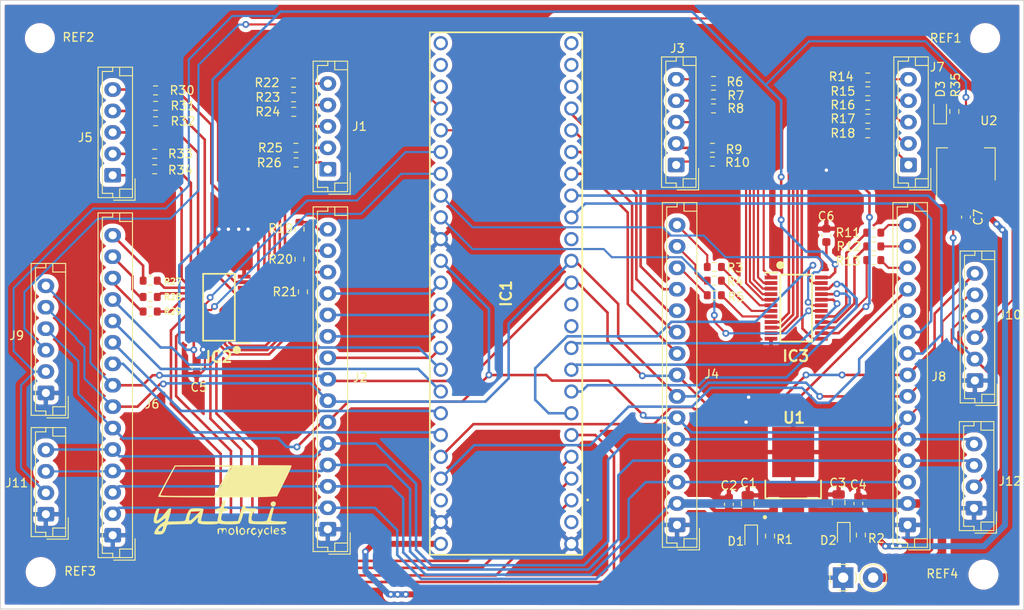
<source format=kicad_pcb>
(kicad_pcb (version 20211014) (generator pcbnew)
  (layers (0 "F.Cu" signal) (31 "B.Cu" signal) (34 "B.Paste" user) (35 "F.Paste" user) (36 "B.SilkS" user "B.Silkscreen") (37 "F.SilkS" user "F.Silkscreen") (38 "B.Mask" user) (39 "F.Mask" user) (44 "Edge.Cuts" user))
  (net 0 "")
  (net 9 "CSA")
  (net 10 "CSB")
  (net 11 "Net-(D1-Pad2)")
  (net 15 "1D0")
  (net 16 "1D1")
  (net 17 "1D2")
  (net 18 "1D3")
  (net 19 "2D0")
  (net 20 "2D1")
  (net 21 "2D2")
  (net 22 "2D3")
  (net 23 "SDI")
  (net 24 "SDO")
  (net 25 "CLK")
  (net 26 "DRDYA1")
  (net 27 "CSA1")
  (net 28 "DRDYA2")
  (net 29 "CSA2")
  (net 30 "1DRDYA1")
  (net 31 "1CSA1")
  (net 32 "1DRDYA2")
  (net 33 "1CSA2")
  (net 34 "3DRDYA1")
  (net 35 "3CSA1")
  (net 36 "3DRDYA2")
  (net 37 "3CSA2")
  (net 38 "2DRDYA1")
  (net 39 "2CSA1")
  (net 40 "2DRDYA2")
  (net 41 "2CSA2")
  (net 42 "GND")
  (net 43 "1CS_1")
  (net 44 "1CS_2")
  (net 45 "1CS_4")
  (net 46 "1CS_5")
  (net 47 "1CS_6")
  (net 48 "1CS_7")
  (net 49 "1CS_8")
  (net 50 "1CS_9")
  (net 51 "2CS_1")
  (net 52 "2CS_2")
  (net 53 "2CS_4")
  (net 54 "2CS_5")
  (net 55 "2CS_6")
  (net 56 "2CS_7")
  (net 57 "2CS_8")
  (net 58 "2CS_9")
  (net 59 "1EN0")
  (net 60 "1EN1")
  (net 61 "VCC")
  (net 62 "3CS_1")
  (net 63 "3CS_2")
  (net 64 "3CS_4")
  (net 65 "3CS_5")
  (net 66 "3CS_6")
  (net 67 "3CS_7")
  (net 68 "3CS_8")
  (net 69 "3CS_9")
  (net 70 "4CS_1")
  (net 71 "4CS_2")
  (net 72 "4CS_4")
  (net 73 "4CS_5")
  (net 74 "4CS_6")
  (net 75 "4CS_7")
  (net 76 "4CS_8")
  (net 77 "4CS_9")
  (net 78 "2EN0")
  (net 79 "2EN1")
  (net 80 "VIN+")
  (net 81 "VIN-")
  (net 82 "I2C_CLK")
  (net 83 "I2C_DATA")
  (net 84 "Net-(D2-Pad2)")
  (net 85 "Net-(J3-Pad1)")
  (net 86 "Net-(J3-Pad2)")
  (net 87 "Net-(J3-Pad3)")
  (net 88 "Net-(J3-Pad4)")
  (net 89 "Net-(J3-Pad5)")
  (net 90 "Net-(J4-Pad13)")
  (net 91 "Net-(J4-Pad14)")
  (net 92 "Net-(J4-Pad15)")
  (net 93 "Net-(J7-Pad1)")
  (net 94 "Net-(J7-Pad2)")
  (net 95 "Net-(J7-Pad3)")
  (net 96 "Net-(J7-Pad4)")
  (net 97 "Net-(J7-Pad5)")
  (net 98 "Net-(J8-Pad13)")
  (net 99 "Net-(J8-Pad14)")
  (net 100 "Net-(J8-Pad15)")
  (net 101 "Net-(J1-Pad5)")
  (net 102 "Net-(J1-Pad4)")
  (net 103 "Net-(J1-Pad3)")
  (net 104 "Net-(J1-Pad2)")
  (net 105 "Net-(J1-Pad1)")
  (net 106 "Net-(J2-Pad13)")
  (net 107 "Net-(J2-Pad14)")
  (net 108 "Net-(J2-Pad15)")
  (net 109 "Net-(J5-Pad1)")
  (net 110 "Net-(J5-Pad2)")
  (net 111 "Net-(J5-Pad3)")
  (net 112 "Net-(J5-Pad4)")
  (net 113 "Net-(J5-Pad5)")
  (net 114 "Net-(J6-Pad13)")
  (net 115 "Net-(J6-Pad14)")
  (net 116 "Net-(J6-Pad15)")
  (net 117 "3.3V")
  (net 118 "Net-(D3-Pad2)")
  (footprint "Audio_Module:1.8_1.8_bitmap_yatri" (layer "F.Cu") (at 119.079511 124.972295)
    (fp_text reference "G***" hide)
    (fp_text value "LOGO" hide)
  )
  (footprint "Resistor_SMD:R_0603_1608Metric" (layer "F.Cu") (at 111.4 77.3 180)
    (fp_text reference "R30")
    (fp_text value "470" hide)
  )
  (footprint "Resistor_SMD:R_0603_1608Metric" (layer "F.Cu") (at 176.6 97.9 180)
    (fp_text reference "R3")
    (fp_text value "470" hide)
  )
  (footprint "Resistor_SMD:R_0603_1608Metric" (layer "F.Cu") (at 195.2 97.1)
    (fp_text reference "R13")
    (fp_text value "470" hide)
  )
  (footprint "Resistor_SMD:R_0603_1608Metric" (layer "F.Cu") (at 110.775 99.5 180)
    (fp_text reference "R27")
    (fp_text value "470" hide)
  )
  (footprint "Connector_JST:JST_EH_B15B-EH-A_1x15_P2.50mm_Vertical" (layer "F.Cu") (at 199.15 128 90)
    (fp_text reference "J8")
    (fp_text value "Conn_01x15_Male" hide)
  )
  (footprint "Resistor_SMD:R_0603_1608Metric" (layer "F.Cu") (at 183.1 129.3 -90)
    (fp_text reference "R1")
    (fp_text value "1.5k" hide)
  )
  (footprint "Resistor_SMD:R_0603_1608Metric" (layer "F.Cu") (at 195.2 93.9)
    (fp_text reference "R11")
    (fp_text value "470" hide)
  )
  (footprint "Resistor_SMD:R_0603_1608Metric" (layer "F.Cu") (at 176.5 79.4 180)
    (fp_text reference "R8")
    (fp_text value "470" hide)
  )
  (footprint "Connector_JST:JST_EH_B15B-EH-A_1x15_P2.50mm_Vertical" (layer "F.Cu") (at 172.25 128 90)
    (fp_text reference "J4")
    (fp_text value "Conn_01x15_Male" hide)
  )
  (footprint "Resistor_SMD:R_0603_1608Metric" (layer "F.Cu") (at 128.2 93.5 90)
    (fp_text reference "R19")
    (fp_text value "470" hide)
  )
  (footprint "Capacitor_SMD:C_0805_2012Metric" (layer "F.Cu") (at 191.1 125.4 90)
    (fp_text reference "C3")
    (fp_text value "10uf" hide)
  )
  (footprint "Connector_JST:JST_EH_B5B-EH-A_1x05_P2.50mm_Vertical" (layer "F.Cu") (at 172.15 86 90)
    (fp_text reference "J3")
    (fp_text value "Conn_01x05_Male" hide)
  )
  (footprint "Resistor_SMD:R_0603_1608Metric" (layer "F.Cu") (at 128.2 97 90)
    (fp_text reference "R20")
    (fp_text value "470" hide)
  )
  (footprint "Capacitor_SMD:C_0603_1608Metric" (layer "F.Cu") (at 178.3 125.6 90)
    (fp_text reference "C2")
    (fp_text value "1uf" hide)
  )
  (footprint "MountingHole:MountingHole_2.5mm" (layer "F.Cu") (at 208 133.8)
    (fp_text reference "REF4")
    (fp_text value "MountingHole_2.5mm" hide)
  )
  (footprint "Resistor_SMD:R_0603_1608Metric" (layer "F.Cu") (at 111.3 84.7 180)
    (fp_text reference "R33")
    (fp_text value "470" hide)
  )
  (footprint "Resistor_SMD:R_0603_1608Metric" (layer "F.Cu") (at 127.775 84)
    (fp_text reference "R25")
    (fp_text value "470" hide)
  )
  (footprint "Capacitor_SMD:C_0603_1608Metric" (layer "F.Cu") (at 116.19 109.62 -90)
    (fp_text reference "C5")
    (fp_text value "1uf" hide)
  )
  (footprint "Connector_JST:JST_EH_B4B-EH-A_1x04_P2.50mm_Vertical" (layer "F.Cu") (at 98.6 126.75 90)
    (fp_text reference "J11")
    (fp_text value "Conn_01x04_Male" hide)
  )
  (footprint "Resistor_SMD:R_0603_1608Metric" (layer "F.Cu") (at 176.6 101.2 180)
    (fp_text reference "R5")
    (fp_text value "470" hide)
  )
  (footprint "LED_SMD:LED_0603_1608Metric" (layer "F.Cu") (at 191.7 129.2 -90)
    (fp_text reference "D2")
    (fp_text value "LED" hide)
  )
  (footprint "Resistor_SMD:R_0603_1608Metric" (layer "F.Cu") (at 194.5 79)
    (fp_text reference "R16")
    (fp_text value "470" hide)
  )
  (footprint "Resistor_SMD:R_0603_1608Metric" (layer "F.Cu") (at 194.5 77.4)
    (fp_text reference "R15")
    (fp_text value "470" hide)
  )
  (footprint "Audio_Module:SOP65P640X110-24N" (layer "F.Cu") (at 186.15 102.7)
    (fp_text reference "IC3")
    (fp_text value "74HCT154PW,118" hide)
  )
  (footprint "Resistor_SMD:R_0603_1608Metric" (layer "F.Cu") (at 127.5 78.1)
    (fp_text reference "R23")
    (fp_text value "470" hide)
  )
  (footprint "Capacitor_SMD:C_0805_2012Metric" (layer "F.Cu") (at 180.5 125.5 90)
    (fp_text reference "C1")
    (fp_text value "10uf" hide)
  )
  (footprint "Resistor_SMD:R_0603_1608Metric" (layer "F.Cu") (at 127.8 85.7)
    (fp_text reference "R26")
    (fp_text value "470" hide)
  )
  (footprint "Audio_Module:TEENSY41" (layer "F.Cu") (at 159.92 125.13 90)
    (fp_text reference "IC1")
    (fp_text value "TEENSY_4.1" hide)
  )
  (footprint "Capacitor_SMD:C_0603_1608Metric" (layer "F.Cu") (at 205.96 92.09 -90)
    (fp_text reference "C7")
    (fp_text value "1uf")
  )
  (footprint "Connector_JST:JST_EH_B6B-EH-A_1x06_P2.50mm_Vertical" (layer "F.Cu") (at 207 111.15 90)
    (fp_text reference "J10")
    (fp_text value "Conn_01x06_Male" hide)
  )
  (footprint "MountingHole:MountingHole_2.5mm" (layer "F.Cu") (at 208.2 71.2)
    (fp_text reference "REF1")
    (fp_text value "MountingHole_2.5mm" hide)
  )
  (footprint "Resistor_SMD:R_0603_1608Metric" (layer "F.Cu") (at 110.775 101.4 180)
    (fp_text reference "R28")
    (fp_text value "470" hide)
  )
  (footprint "Resistor_SMD:R_0603_1608Metric" (layer "F.Cu") (at 194.5 82.3)
    (fp_text reference "R18")
    (fp_text value "470" hide)
  )
  (footprint "Connector_JST:JST_EH_B5B-EH-A_1x05_P2.50mm_Vertical" (layer "F.Cu") (at 199.25 86 90)
    (fp_text reference "J7")
    (fp_text value "Conn_01x05_Male" hide)
  )
  (footprint "Resistor_SMD:R_0603_1608Metric" (layer "F.Cu") (at 127.525 79.8)
    (fp_text reference "R24")
    (fp_text value "470" hide)
  )
  (footprint "Resistor_SMD:R_0603_1608Metric" (layer "F.Cu") (at 176.375 85.6 180)
    (fp_text reference "R10")
    (fp_text value "470" hide)
  )
  (footprint "MountingHole:MountingHole_2.5mm" (layer "F.Cu") (at 97.9 71.2)
    (fp_text reference "REF2")
    (fp_text value "MountingHole_2.5mm" hide)
  )
  (footprint "Capacitor_SMD:C_0603_1608Metric" (layer "F.Cu") (at 193.4 125.5 90)
    (fp_text reference "C4")
    (fp_text value "1uf" hide)
  )
  (footprint "LED_SMD:LED_0603_1608Metric" (layer "F.Cu") (at 180.9 129.5 -90)
    (fp_text reference "D1")
    (fp_text value "LED" hide)
  )
  (footprint "Connector_JST:JST_EH_B6B-EH-A_1x06_P2.50mm_Vertical" (layer "F.Cu") (at 98.6 112.6 90)
    (fp_text reference "J9")
    (fp_text value "Conn_01x06_Male" hide)
  )
  (footprint "Resistor_SMD:R_0603_1608Metric" (layer "F.Cu") (at 110.775 103.1 180)
    (fp_text reference "R29")
    (fp_text value "470")
  )
  (footprint "Connector_JST:JST_EH_B4B-EH-A_1x04_P2.50mm_Vertical" (layer "F.Cu") (at 206.9 126.05 90)
    (fp_text reference "J12")
    (fp_text value "Conn_01x04_Male" hide)
  )
  (footprint "Connector_JST:JST_EH_B15B-EH-A_1x15_P2.50mm_Vertical" (layer "F.Cu") (at 106.4 129.2 90)
    (fp_text reference "J6")
    (fp_text value "Conn_01x15_Male" hide)
  )
  (footprint "Capacitor_SMD:C_0603_1608Metric" (layer "F.Cu") (at 189.67 94.21 90)
    (fp_text reference "C6")
    (fp_text value "1uf" hide)
  )
  (footprint "Package_TO_SOT_SMD:SOT-223-3_TabPin2" (layer "F.Cu") (at 205.96 85.91 90)
    (fp_text reference "U2")
    (fp_text value "AMS1117-3.3")
  )
  (footprint "Resistor_SMD:R_0603_1608Metric" (layer "F.Cu") (at 195.2 95.5)
    (fp_text reference "R12")
    (fp_text value "470" hide)
  )
  (footprint "Resistor_SMD:R_0603_1608Metric" (layer "F.Cu") (at 111.4 79.1 180)
    (fp_text reference "R31")
    (fp_text value "470" hide)
  )
  (footprint "MountingHole:MountingHole_2.5mm" (layer "F.Cu") (at 98 133.5)
    (fp_text reference "REF3")
    (fp_text value "MountingHole_2.5mm" hide)
  )
  (footprint "Resistor_SMD:R_0603_1608Metric" (layer "F.Cu") (at 128.6 100.8 90)
    (fp_text reference "R21")
    (fp_text value "470" hide)
  )
  (footprint "Connector_JST:JST_EH_B5B-EH-A_1x05_P2.50mm_Vertical" (layer "F.Cu") (at 106.4 87.2 90)
    (fp_text reference "J5")
    (fp_text value "Conn_01x05_Male" hide)
  )
  (footprint "Resistor_SMD:R_0603_1608Metric" (layer "F.Cu") (at 111.3 86.5 180)
    (fp_text reference "R34")
    (fp_text value "470" hide)
  )
  (footprint "Resistor_SMD:R_0603_1608Metric" (layer "F.Cu") (at 176.5 77.8 180)
    (fp_text reference "R7")
    (fp_text value "470" hide)
  )
  (footprint "Resistor_SMD:R_0603_1608Metric" (layer "F.Cu") (at 176.6 99.5 180)
    (fp_text reference "R4")
    (fp_text value "470" hide)
  )
  (footprint "Resistor_SMD:R_0603_1608Metric" (layer "F.Cu") (at 193.7 129.175 -90)
    (fp_text reference "R2")
    (fp_text value "1.5k" hide)
  )
  (footprint "Audio_Module:SOP65P640X110-24N" (layer "F.Cu") (at 118.8 102.6 180)
    (fp_text reference "IC2")
    (fp_text value "74HCT154PW,118" hide)
  )
  (footprint "Resistor_SMD:R_0603_1608Metric" (layer "F.Cu") (at 176.5 76.2 180)
    (fp_text reference "R6")
    (fp_text value "470" hide)
  )
  (footprint "Resistor_SMD:R_0603_1608Metric" (layer "F.Cu") (at 127.5 76.4)
    (fp_text reference "R22")
    (fp_text value "470" hide)
  )
  (footprint "Resistor_SMD:R_0603_1608Metric" (layer "F.Cu") (at 204.6 79.75 90)
    (fp_text reference "R35")
    (fp_text value "1.5k" hide)
  )
  (footprint "TerminalBlock_4Ucon:TerminalBlock_4Ucon_1x02_P3.50mm_Horizontal" (layer "F.Cu") (at 191.630364 134.15)
    (fp_text reference "J13" hide)
    (fp_text value "Screw_Terminal_01x02" hide)
  )
  (footprint "Audio_Module:TO228P972X240-3N" (layer "F.Cu") (at 185.8 121.95 90)
    (fp_text reference "U1")
    (fp_text value "L7805" hide)
  )
  (footprint "Resistor_SMD:R_0603_1608Metric" (layer "F.Cu") (at 194.5 75.8)
    (fp_text reference "R14")
    (fp_text value "470" hide)
  )
  (footprint "Connector_JST:JST_EH_B15B-EH-A_1x15_P2.50mm_Vertical" (layer "F.Cu") (at 131.5 128.5 90)
    (fp_text reference "J2")
    (fp_text value "Conn_01x15_Male" hide)
  )
  (footprint "LED_SMD:LED_0603_1608Metric" (layer "F.Cu") (at 202.95 79.71 90)
    (fp_text reference "D3")
    (fp_text value "LED" hide)
  )
  (footprint "Resistor_SMD:R_0603_1608Metric" (layer "F.Cu") (at 194.5 80.6)
    (fp_text reference "R17")
    (fp_text value "470" hide)
  )
  (footprint "Connector_JST:JST_EH_B5B-EH-A_1x05_P2.50mm_Vertical" (layer "F.Cu") (at 131.5 86.5 90)
    (fp_text reference "J1")
    (fp_text value "Conn_01x05_Male" hide)
  )
  (footprint "Resistor_SMD:R_0603_1608Metric" (layer "F.Cu") (at 176.375 84 180)
    (fp_text reference "R9")
    (fp_text value "470" hide)
  )
  (footprint "Resistor_SMD:R_0603_1608Metric" (layer "F.Cu") (at 111.4 80.9 180)
    (fp_text reference "R32")
    (fp_text value "470" hide)
  )
  (gr_circle (center 184.3 97.69) (end 184.69 97.75) (layer "F.SilkS") (width 0.15) (fill solid))
  (gr_circle (center 120.88 107.58) (end 121.27 107.64) (layer "F.SilkS") (width 0.15) (fill solid))
  (gr_line (start 212.7 137.9) (end 93.3 137.8) (layer "Edge.Cuts") (width 0.1))
  (gr_line (start 93.3 66.8) (end 212.7 66.8) (layer "Edge.Cuts") (width 0.1))
  (gr_line (start 93.3 137.8) (end 93.3 66.8) (layer "Edge.Cuts") (width 0.1))
  (gr_line (start 212.7 66.8) (end 212.7 137.9) (layer "Edge.Cuts") (width 0.1))
  (segment (start 121.93 69.6) (end 134.8 69.6) (width 0.25) (layer "F.Cu") (net 9))
  (segment (start 141.1 75.9) (end 141.17 75.9) (width 0.25) (layer "F.Cu") (net 9))
  (segment (start 141.17 75.9) (end 144.68 79.41) (width 0.25) (layer "F.Cu") (net 9))
  (segment (start 134.8 69.6) (end 141.1 75.9) (width 0.25) (layer "F.Cu") (net 9))
  (via (at 121.93 69.6) (size 0.8) (drill 0.4) (layers "F.Cu" "B.Cu") (net 9))
  (segment (start 121.93 69.6) (end 121.91 69.62) (width 0.25) (layer "B.Cu") (net 9))
  (segment (start 121.12 69.62) (end 116.41 74.33) (width 0.25) (layer "B.Cu") (net 9))
  (segment (start 104.643978 92.27) (end 96.1 100.813978) (width 0.25) (layer "B.Cu") (net 9))
  (segment (start 121.91 69.62) (end 121.12 69.62) (width 0.25) (layer "B.Cu") (net 9))
  (segment (start 116.41 74.33) (end 116.41 88.98) (width 0.25) (layer "B.Cu") (net 9))
  (segment (start 113.12 92.27) (end 104.643978 92.27) (width 0.25) (layer "B.Cu") (net 9))
  (segment (start 96.1 105.1) (end 98.6 107.6) (width 0.25) (layer "B.Cu") (net 9))
  (segment (start 116.41 88.98) (end 113.12 92.27) (width 0.25) (layer "B.Cu") (net 9))
  (segment (start 96.1 100.813978) (end 96.1 105.1) (width 0.25) (layer "B.Cu") (net 9))
  (segment (start 158 68.9) (end 149.4 77.5) (width 0.25) (layer "F.Cu") (net 10))
  (segment (start 149.4 77.5) (end 149.4 80.8) (width 0.25) (layer "F.Cu") (net 10))
  (segment (start 207 106.15) (end 211.4 101.75) (width 0.25) (layer "F.Cu") (net 10))
  (segment (start 200.1 68.9) (end 158 68.9) (width 0.25) (layer "F.Cu") (net 10))
  (segment (start 148.25 81.95) (end 144.68 81.95) (width 0.25) (layer "F.Cu") (net 10))
  (segment (start 149.4 80.8) (end 148.25 81.95) (width 0.25) (layer "F.Cu") (net 10))
  (segment (start 211.4 80.2) (end 200.1 68.9) (width 0.25) (layer "F.Cu") (net 10))
  (segment (start 211.4 101.75) (end 211.4 80.2) (width 0.25) (layer "F.Cu") (net 10))
  (segment (start 182.9375 130.2875) (end 183.1 130.125) (width 0.25) (layer "F.Cu") (net 11))
  (segment (start 180.9 130.2875) (end 182.9375 130.2875) (width 0.25) (layer "F.Cu") (net 11))
  (segment (start 159.87 125.13) (end 159.92 125.13) (width 0.3) (layer "F.Cu") (net 15))
  (segment (start 113.8 106) (end 113.8 112.972849) (width 0.3) (layer "F.Cu") (net 15))
  (segment (start 113.8 112.972849) (end 120.2 119.372849) (width 0.3) (layer "F.Cu") (net 15))
  (segment (start 120.2 119.372849) (end 120.2 130) (width 0.3) (layer "F.Cu") (net 15))
  (segment (start 115.862 105.525) (end 114.275 105.525) (width 0.3) (layer "F.Cu") (net 15))
  (segment (start 151.11 133.89) (end 159.87 125.13) (width 0.3) (layer "F.Cu") (net 15))
  (segment (start 120.2 130) (end 124.09 133.89) (width 0.3) (layer "F.Cu") (net 15))
  (segment (start 114.275 105.525) (end 113.8 106) (width 0.3) (layer "F.Cu") (net 15))
  (segment (start 124.09 133.89) (end 151.11 133.89) (width 0.3) (layer "F.Cu") (net 15))
  (segment (start 125.21 133.01) (end 149.5 133.01) (width 0.3) (layer "F.Cu") (net 16))
  (segment (start 117.8 115.6) (end 121.4 119.2) (width 0.3) (layer "F.Cu") (net 16))
  (segment (start 117.8 105.7755) (end 117.8 115.6) (width 0.3) (layer "F.Cu") (net 16))
  (segment (start 121.4 119.2) (end 121.4 129.2) (width 0.3) (layer "F.Cu") (net 16))
  (segment (start 116.8995 104.875) (end 117.8 105.7755) (width 0.3) (layer "F.Cu") (net 16))
  (segment (start 149.5 133.01) (end 159.92 122.59) (width 0.3) (layer "F.Cu") (net 16))
  (segment (start 121.4 129.2) (end 125.21 133.01) (width 0.3) (layer "F.Cu") (net 16))
  (segment (start 115.862 104.875) (end 116.8995 104.875) (width 0.3) (layer "F.Cu") (net 16))
  (segment (start 118.5 105.769072) (end 118.5 115) (width 0.3) (layer "F.Cu") (net 17))
  (segment (start 116.955928 104.225) (end 118.5 105.769072) (width 0.3) (layer "F.Cu") (net 17))
  (segment (start 126.5 132.2) (end 147.77 132.2) (width 0.3) (layer "F.Cu") (net 17))
  (segment (start 118.5 115) (end 122.7 119.2) (width 0.3) (layer "F.Cu") (net 17))
  (segment (start 122.7 119.2) (end 122.7 128.4) (width 0.3) (layer "F.Cu") (net 17))
  (segment (start 147.77 132.2) (end 159.92 120.05) (width 0.3) (layer "F.Cu") (net 17))
  (segment (start 122.7 128.4) (end 126.5 132.2) (width 0.3) (layer "F.Cu") (net 17))
  (segment (start 115.862 104.225) (end 116.955928 104.225) (width 0.3) (layer "F.Cu") (net 17))
  (segment (start 113.2 113.9) (end 119 119.7) (width 0.3) (layer "F.Cu") (net 18))
  (segment (start 113.2 105.3) (end 113.2 113.9) (width 0.3) (layer "F.Cu") (net 18))
  (segment (start 119 130.9) (end 122.76 134.66) (width 0.3) (layer "F.Cu") (net 18))
  (segment (start 164.89 119.69) (end 162.71 117.51) (width 0.3) (layer "F.Cu") (net 18))
  (segment (start 115.862 103.575) (end 114.925 103.575) (width 0.3) (layer "F.Cu") (net 18))
  (segment (start 164.89 133.53) (end 164.89 119.69) (width 0.3) (layer "F.Cu") (net 18))
  (segment (start 162.71 117.51) (end 159.92 117.51) (width 0.3) (layer "F.Cu") (net 18))
  (segment (start 122.76 134.66) (end 163.76 134.66) (width 0.3) (layer "F.Cu") (net 18))
  (segment (start 163.76 134.66) (end 164.89 133.53) (width 0.3) (layer "F.Cu") (net 18))
  (segment (start 114.925 103.575) (end 113.2 105.3) (width 0.3) (layer "F.Cu") (net 18))
  (segment (start 119 119.7) (end 119 130.9) (width 0.3) (layer "F.Cu") (net 18))
  (segment (start 188.075 99.775) (end 189.088 99.775) (width 0.3) (layer "F.Cu") (net 19))
  (segment (start 187.6 99.3) (end 188.075 99.775) (width 0.3) (layer "F.Cu") (net 19))
  (segment (start 187.6 98.2) (end 187.6 99.3) (width 0.3) (layer "F.Cu") (net 19))
  (segment (start 188.1 97.7) (end 187.6 98.2) (width 0.3) (layer "F.Cu") (net 19))
  (via (at 188.1 97.7) (size 0.8) (drill 0.4) (layers "F.Cu" "B.Cu") (net 19))
  (segment (start 171.6 104.3) (end 169.907989 105.992011) (width 0.3) (layer "B.Cu") (net 19))
  (segment (start 181.4 104.3) (end 171.6 104.3) (width 0.3) (layer "B.Cu") (net 19))
  (segment (start 155.7 113.4) (end 157.27 114.97) (width 0.3) (layer "B.Cu") (net 19))
  (segment (start 155.7 109.722405) (end 155.7 113.4) (width 0.3) (layer "B.Cu") (net 19))
  (segment (start 159.430394 105.992011) (end 155.7 109.722405) (width 0.3) (layer "B.Cu") (net 19))
  (segment (start 157.27 114.97) (end 159.92 114.97) (width 0.3) (layer "B.Cu") (net 19))
  (segment (start 188 97.7) (end 181.4 104.3) (width 0.3) (layer "B.Cu") (net 19))
  (segment (start 188.1 97.7) (end 188 97.7) (width 0.3) (layer "B.Cu") (net 19))
  (segment (start 169.907989 105.992011) (end 159.430394 105.992011) (width 0.3) (layer "B.Cu") (net 19))
  (segment (start 190.5 99.9) (end 189.975 100.425) (width 0.3) (layer "F.Cu") (net 20))
  (segment (start 189.975 100.425) (end 189.088 100.425) (width 0.3) (layer "F.Cu") (net 20))
  (segment (start 190.9 99.9) (end 190.5 99.9) (width 0.3) (layer "F.Cu") (net 20))
  (via (at 190.9 99.9) (size 0.8) (drill 0.4) (layers "F.Cu" "B.Cu") (net 20))
  (segment (start 185 110.8) (end 193.2 102.6) (width 0.3) (layer "B.Cu") (net 20))
  (segment (start 175.7 110.8) (end 185 110.8) (width 0.3) (layer "B.Cu") (net 20))
  (segment (start 161.09 112.43) (end 161.82048 111.69952) (width 0.3) (layer "B.Cu") (net 20))
  (segment (start 193.2 101.593572) (end 191.506428 99.9) (width 0.3) (layer "B.Cu") (net 20))
  (segment (start 191.506428 99.9) (end 190.9 99.9) (width 0.3) (layer "B.Cu") (net 20))
  (segment (start 159.92 112.43) (end 161.09 112.43) (width 0.3) (layer "B.Cu") (net 20))
  (segment (start 174.80048 111.69952) (end 175.7 110.8) (width 0.3) (layer "B.Cu") (net 20))
  (segment (start 193.2 102.6) (end 193.2 101.593572) (width 0.3) (layer "B.Cu") (net 20))
  (segment (start 161.82048 111.69952) (end 174.80048 111.69952) (width 0.3) (layer "B.Cu") (net 20))
  (segment (start 190.826421 101.075) (end 189.088 101.075) (width 0.3) (layer "F.Cu") (net 21))
  (segment (start 190.896276 101.005145) (end 190.826421 101.075) (width 0.3) (layer "F.Cu") (net 21))
  (via (at 190.896276 101.005145) (size 0.8) (drill 0.4) (layers "F.Cu" "B.Cu") (net 21))
  (segment (start 192.4 101.5) (end 192.4 102.2) (width 0.3) (layer "B.Cu") (net 21))
  (segment (start 160.50952 109.30048) (end 159.92 109.89) (width 0.3) (layer "B.Cu") (net 21))
  (segment (start 185.29952 109.30048) (end 160.50952 109.30048) (width 0.3) (layer "B.Cu") (net 21))
  (segment (start 192.4 102.2) (end 185.29952 109.30048) (width 0.3) (layer "B.Cu") (net 21))
  (segment (start 190.896276 101.005145) (end 191.905145 101.005145) (width 0.3) (layer "B.Cu") (net 21))
  (segment (start 191.905145 101.005145) (end 192.4 101.5) (width 0.3) (layer "B.Cu") (net 21))
  (segment (start 190.465 101.725) (end 189.088 101.725) (width 0.3) (layer "F.Cu") (net 22))
  (segment (start 190.92 102.18) (end 190.465 101.725) (width 0.3) (layer "F.Cu") (net 22))
  (via (at 190.92 102.18) (size 0.8) (drill 0.4) (layers "F.Cu" "B.Cu") (net 22))
  (segment (start 186.51952 106.80048) (end 160.46952 106.80048) (width 0.3) (layer "B.Cu") (net 22))
  (segment (start 160.46952 106.80048) (end 159.92 107.35) (width 0.3) (layer "B.Cu") (net 22))
  (segment (start 190.92 102.4) (end 186.51952 106.80048) (width 0.3) (layer "B.Cu") (net 22))
  (segment (start 190.92 102.18) (end 190.92 102.4) (width 0.3) (layer "B.Cu") (net 22))
  (segment (start 202.3 107.35) (end 202.3 103.35) (width 0.3) (layer "F.Cu") (net 23))
  (segment (start 147.76 111.2) (end 131.7 111.2) (width 0.3) (layer "F.Cu") (net 23))
  (segment (start 131.7 111.2) (end 131.5 111) (width 0.3) (layer "F.Cu") (net 23))
  (segment (start 159.23 99.73) (end 147.76 111.2) (width 0.3) (layer "F.Cu") (net 23))
  (segment (start 175.75048 114.00048) (end 183.79952 114.00048) (width 0.3) (layer "F.Cu") (net 23))
  (segment (start 191.5 110.5) (end 199.15 110.5) (width 0.3) (layer "F.Cu") (net 23))
  (segment (start 164.14 106.54) (end 164.14 103.23) (width 0.3) (layer "F.Cu") (net 23))
  (segment (start 111.852676 110.535263) (end 111.064737 110.535263) (width 0.3) (layer "F.Cu") (net 23))
  (segment (start 111.064737 110.535263) (end 109.9 111.7) (width 0.3) (layer "F.Cu") (net 23))
  (segment (start 109.9 111.7) (end 106.4 111.7) (width 0.3) (layer "F.Cu") (net 23))
  (segment (start 159.92 99.73) (end 159.23 99.73) (width 0.3) (layer "F.Cu") (net 23))
  (segment (start 160.64 99.73) (end 159.92 99.73) (width 0.3) (layer "F.Cu") (net 23))
  (segment (start 168.2 110.6) (end 164.14 106.54) (width 0.3) (layer "F.Cu") (net 23))
  (segment (start 199.15 110.5) (end 202.3 107.35) (width 0.3) (layer "F.Cu") (net 23))
  (segment (start 202.3 103.35) (end 207 98.65) (width 0.3) (layer "F.Cu") (net 23))
  (segment (start 183.79952 114.00048) (end 187.3 110.5) (width 0.3) (layer "F.Cu") (net 23))
  (segment (start 164.14 103.23) (end 160.64 99.73) (width 0.3) (layer "F.Cu") (net 23))
  (segment (start 172.25 110.5) (end 175.75048 114.00048) (width 0.3) (layer "F.Cu") (net 23))
  (via (at 168.2 110.6) (size 0.8) (drill 0.4) (layers "F.Cu" "B.Cu") (net 23))
  (via (at 111.852676 110.535263) (size 0.8) (drill 0.4) (layers "F.Cu" "B.Cu") (net 23))
  (via (at 187.3 110.5) (size 0.8) (drill 0.4) (layers "F.Cu" "B.Cu") (net 23))
  (via (at 191.5 110.5) (size 0.8) (drill 0.4) (layers "F.Cu" "B.Cu") (net 23))
  (segment (start 111.852676 110.535263) (end 111.917413 110.6) (width 0.3) (layer "B.Cu") (net 23))
  (segment (start 168.2 110.6) (end 172.15 110.6) (width 0.3) (layer "B.Cu") (net 23))
  (segment (start 111.917413 110.6) (end 131.1 110.6) (width 0.3) (layer "B.Cu") (net 23))
  (segment (start 172.15 110.6) (end 172.25 110.5) (width 0.3) (layer "B.Cu") (net 23))
  (segment (start 103.8 109.1) (end 106.4 111.7) (width 0.25) (layer "B.Cu") (net 23))
  (segment (start 131.1 110.6) (end 131.5 111) (width 0.3) (layer "B.Cu") (net 23))
  (segment (start 191.5 110.5) (end 187.3 110.5) (width 0.3) (layer "B.Cu") (net 23))
  (segment (start 103.8 105.3) (end 103.8 109.1) (width 0.25) (layer "B.Cu") (net 23))
  (segment (start 98.6 100.1) (end 103.8 105.3) (width 0.25) (layer "B.Cu") (net 23))
  (segment (start 165.38 106.13) (end 172.25 113) (width 0.3) (layer "F.Cu") (net 24))
  (segment (start 207 101.15) (end 206.35 101.15) (width 0.25) (layer "F.Cu") (net 24))
  (segment (start 165.38 102.21) (end 165.38 106.13) (width 0.3) (layer "F.Cu") (net 24))
  (segment (start 203.2 108.95) (end 199.15 113) (width 0.25) (layer "F.Cu") (net 24))
  (segment (start 199.15 113) (end 188.9 113) (width 0.3) (layer "F.Cu") (net 24))
  (segment (start 109.3 114.2) (end 106.4 114.2) (width 0.3) (layer "F.Cu") (net 24))
  (segment (start 112.31 111.55) (end 111.95 111.55) (width 0.3) (layer "F.Cu") (net 24))
  (segment (start 206.35 101.15) (end 203.2 104.3) (width 0.25) (layer "F.Cu") (net 24))
  (segment (start 160.36 97.19) (end 165.38 102.21) (width 0.3) (layer "F.Cu") (net 24))
  (segment (start 203.2 104.3) (end 203.2 108.95) (width 0.25) (layer "F.Cu") (net 24))
  (segment (start 159.92 97.19) (end 160.36 97.19) (width 0.3) (layer "F.Cu") (net 24))
  (segment (start 111.95 111.55) (end 109.3 114.2) (width 0.3) (layer "F.Cu") (net 24))
  (via (at 112.31 111.55) (size 0.8) (drill 0.4) (layers "F.Cu" "B.Cu") (net 24))
  (via (at 188.9 113) (size 0.8) (drill 0.4) (layers "F.Cu" "B.Cu") (net 24))
  (segment (start 159.92 97.19) (end 152.6 104.51) (width 0.3) (layer "B.Cu") (net 24))
  (segment (start 175.9 111.4) (end 174.3 113) (width 0.3) (layer "B.Cu") (net 24))
  (segment (start 103.1 110.9) (end 106.4 114.2) (width 0.25) (layer "B.Cu") (net 24))
  (segment (start 103.1 107.235718) (end 103.1 110.9) (width 0.25) (layer "B.Cu") (net 24))
  (segment (start 129.48 111.48) (end 131.5 113.5) (width 0.3) (layer "B.Cu") (net 24))
  (segment (start 98.6 102.6) (end 102.15048 106.15048) (width 0.25) (layer "B.Cu") (net 24))
  (segment (start 152.6 104.51) (end 152.6 110.9) (width 0.3) (layer "B.Cu") (net 24))
  (segment (start 131.612011 113.612011) (end 131.5 113.5) (width 0.3) (layer "B.Cu") (net 24))
  (segment (start 112.31 111.55) (end 112.38 111.48) (width 0.3) (layer "B.Cu") (net 24))
  (segment (start 102.15048 106.15048) (end 102.15048 106.286198) (width 0.25) (layer "B.Cu") (net 24))
  (segment (start 102.15048 106.286198) (end 103.1 107.235718) (width 0.25) (layer "B.Cu") (net 24))
  (segment (start 187.3 111.4) (end 175.9 111.4) (width 0.3) (layer "B.Cu") (net 24))
  (segment (start 174.3 113) (end 172.25 113) (width 0.3) (layer "B.Cu") (net 24))
  (segment (start 112.38 111.48) (end 129.48 111.48) (width 0.3) (layer "B.Cu") (net 24))
  (segment (start 152.6 110.9) (end 149.887989 113.612011) (width 0.3) (layer "B.Cu") (net 24))
  (segment (start 188.9 113) (end 187.3 111.4) (width 0.3) (layer "B.Cu") (net 24))
  (segment (start 149.887989 113.612011) (end 131.612011 113.612011) (width 0.3) (layer "B.Cu") (net 24))
  (segment (start 157.01 110.51) (end 157.66 111.16) (width 0.3) (layer "F.Cu") (net 25))
  (segment (start 205.85 103.65) (end 204.3 105.2) (width 0.25) (layer "F.Cu") (net 25))
  (segment (start 164.26 111.16) (end 168.3 115.2) (width 0.3) (layer "F.Cu") (net 25))
  (segment (start 150.3 110.5) (end 150.31 110.51) (width 0.3) (layer "F.Cu") (net 25))
  (segment (start 204.3 110.35) (end 199.15 115.5) (width 0.25) (layer "F.Cu") (net 25))
  (segment (start 127.9 118.9) (end 130.8 116) (width 0.3) (layer "F.Cu") (net 25))
  (segment (start 133.887989 113.612011) (end 131.5 116) (width 0.3) (layer "F.Cu") (net 25))
  (segment (start 150.3 110.5) (end 147.187989 113.612011) (width 0.3) (layer "F.Cu") (net 25))
  (segment (start 147.187989 113.612011) (end 133.887989 113.612011) (width 0.3) (layer "F.Cu") (net 25))
  (segment (start 150.31 110.51) (end 157.01 110.51) (width 0.3) (layer "F.Cu") (net 25))
  (segment (start 207 103.65) (end 205.85 103.65) (width 0.25) (layer "F.Cu") (net 25))
  (segment (start 157.66 111.16) (end 164.26 111.16) (width 0.3) (layer "F.Cu") (net 25))
  (segment (start 204.3 105.2) (end 204.3 110.35) (width 0.25) (layer "F.Cu") (net 25))
  (segment (start 130.8 116) (end 131.5 116) (width 0.3) (layer "F.Cu") (net 25))
  (via (at 150.3 110.5) (size 0.8) (drill 0.4) (layers "F.Cu" "B.Cu") (net 25))
  (via (at 127.9 118.9) (size 0.8) (drill 0.4) (layers "F.Cu" "B.Cu") (net 25))
  (via (at 168.3 115.2) (size 0.8) (drill 0.4) (layers "F.Cu" "B.Cu") (net 25))
  (segment (start 106.4 116.7) (end 107.6 117.9) (width 0.3) (layer "B.Cu") (net 25))
  (segment (start 102.4 112.7) (end 106.4 116.7) (width 0.25) (layer "B.Cu") (net 25))
  (segment (start 144.68 97.19) (end 150.3 102.81) (width 0.3) (layer "B.Cu") (net 25))
  (segment (start 173.95 117.2) (end 197.45 117.2) (width 0.3) (layer "B.Cu") (net 25))
  (segment (start 150.3 102.81) (end 150.3 110.5) (width 0.3) (layer "B.Cu") (net 25))
  (segment (start 168.3 115.2) (end 168.6 115.5) (width 0.3) (layer "B.Cu") (net 25))
  (segment (start 125.7 117.9) (end 126.2 118.4) (width 0.3) (layer "B.Cu") (net 25))
  (segment (start 197.45 117.2) (end 199.15 115.5) (width 0.3) (layer "B.Cu") (net 25))
  (segment (start 102.4 108.9) (end 102.4 112.7) (width 0.25) (layer "B.Cu") (net 25))
  (segment (start 126.7 118.9) (end 127.9 118.9) (width 0.3) (layer "B.Cu") (net 25))
  (segment (start 98.6 105.1) (end 102.4 108.9) (width 0.25) (layer "B.Cu") (net 25))
  (segment (start 172.25 115.5) (end 173.95 117.2) (width 0.3) (layer "B.Cu") (net 25))
  (segment (start 126.2 118.4) (end 126.7 118.9) (width 0.3) (layer "B.Cu") (net 25))
  (segment (start 107.6 117.9) (end 125.7 117.9) (width 0.3) (layer "B.Cu") (net 25))
  (segment (start 168.6 115.5) (end 172.25 115.5) (width 0.3) (layer "B.Cu") (net 25))
  (segment (start 143.41 101) (end 144.68 99.73) (width 0.3) (layer "B.Cu") (net 26))
  (segment (start 131.5 101) (end 143.41 101) (width 0.3) (layer "B.Cu") (net 26))
  (segment (start 131.5 103.5) (end 143.45 103.5) (width 0.3) (layer "B.Cu") (net 27))
  (segment (start 143.45 103.5) (end 144.68 102.27) (width 0.3) (layer "B.Cu") (net 27))
  (segment (start 143.49 106) (end 144.68 104.81) (width 0.3) (layer "B.Cu") (net 28))
  (segment (start 131.5 106) (end 143.49 106) (width 0.3) (layer "B.Cu") (net 28))
  (segment (start 143.53 108.5) (end 144.68 107.35) (width 0.3) (layer "F.Cu") (net 29))
  (segment (start 131.5 108.5) (end 143.53 108.5) (width 0.3) (layer "F.Cu") (net 29))
  (segment (start 117.80096 109.30096) (end 119.80144 107.30048) (width 0.3) (layer "B.Cu") (net 30))
  (segment (start 119.80144 107.30048) (end 142.09048 107.30048) (width 0.3) (layer "B.Cu") (net 30))
  (segment (start 112.00048 107.30048) (end 113.30048 107.30048) (width 0.3) (layer "B.Cu") (net 30))
  (segment (start 142.09048 107.30048) (end 144.68 109.89) (width 0.3) (layer "B.Cu") (net 30))
  (segment (start 115.30096 109.30096) (end 117.80096 109.30096) (width 0.3) (layer "B.Cu") (net 30))
  (segment (start 113.30048 107.30048) (end 115.30096 109.30096) (width 0.3) (layer "B.Cu") (net 30))
  (segment (start 106.4 101.7) (end 112.00048 107.30048) (width 0.3) (layer "B.Cu") (net 30))
  (segment (start 142.05048 109.80048) (end 144.68 112.43) (width 0.3) (layer "B.Cu") (net 31))
  (segment (start 112.00048 109.80048) (end 142.05048 109.80048) (width 0.3) (layer "B.Cu") (net 31))
  (segment (start 106.4 104.2) (end 112.00048 109.80048) (width 0.3) (layer "B.Cu") (net 31))
  (segment (start 106.4 106.7) (end 114.39952 114.69952) (width 0.3) (layer "B.Cu") (net 32))
  (segment (start 144.40952 114.69952) (end 144.68 114.97) (width 0.3) (layer "B.Cu") (net 32))
  (segment (start 114.39952 114.69952) (end 144.40952 114.69952) (width 0.3) (layer "B.Cu") (net 32))
  (segment (start 115.59952 117.19952) (end 144.36952 117.19952) (width 0.3) (layer "B.Cu") (net 33))
  (segment (start 107.6 109.2) (end 115.59952 117.19952) (width 0.3) (layer "B.Cu") (net 33))
  (segment (start 144.36952 117.19952) (end 144.68 117.51) (width 0.3) (layer "B.Cu") (net 33))
  (segment (start 106.4 109.2) (end 107.6 109.2) (width 0.3) (layer "B.Cu") (net 33))
  (segment (start 174.3 114.5) (end 185.15 114.5) (width 0.3) (layer "F.Cu") (net 34))
  (segment (start 171.55 114.25) (end 174.05 114.25) (width 0.3) (layer "F.Cu") (net 34))
  (segment (start 174.05 114.25) (end 174.3 114.5) (width 0.3) (layer "F.Cu") (net 34))
  (segment (start 169.56 116.24) (end 171.55 114.25) (width 0.3) (layer "F.Cu") (net 34))
  (segment (start 148.49 116.24) (end 169.56 116.24) (width 0.3) (layer "F.Cu") (net 34))
  (segment (start 185.15 114.5) (end 199.15 100.5) (width 0.3) (layer "F.Cu") (net 34))
  (segment (start 144.68 120.05) (end 148.49 116.24) (width 0.3) (layer "F.Cu") (net 34))
  (segment (start 144.68 122.59) (end 148.577989 118.692011) (width 0.3) (layer "B.Cu") (net 35))
  (segment (start 193.5 110.2) (end 193.5 108.65) (width 0.3) (layer "B.Cu") (net 35))
  (segment (start 166.60048 114.19952) (end 174.00048 114.19952) (width 0.3) (layer "B.Cu") (net 35))
  (segment (start 186.84003 112) (end 188.589541 113.749511) (width 0.3) (layer "B.Cu") (net 35))
  (segment (start 189.950489 113.749511) (end 193.5 110.2) (width 0.3) (layer "B.Cu") (net 35))
  (segment (start 193.5 108.65) (end 199.15 103) (width 0.3) (layer "B.Cu") (net 35))
  (segment (start 174.00048 114.19952) (end 176.2 112) (width 0.3) (layer "B.Cu") (net 35))
  (segment (start 162.107989 118.692011) (end 166.60048 114.19952) (width 0.3) (layer "B.Cu") (net 35))
  (segment (start 188.589541 113.749511) (end 189.950489 113.749511) (width 0.3) (layer "B.Cu") (net 35))
  (segment (start 176.2 112) (end 186.84003 112) (width 0.3) (layer "B.Cu") (net 35))
  (segment (start 148.577989 118.692011) (end 162.107989 118.692011) (width 0.3) (layer "B.Cu") (net 35))
  (segment (start 161.53 90.5) (end 200.1 90.5) (width 0.3) (layer "B.Cu") (net 36))
  (segment (start 200.6 105.5) (end 199.15 105.5) (width 0.3) (layer "B.Cu") (net 36))
  (segment (start 200.1 90.5) (end 201.9 92.3) (width 0.3) (layer "B.Cu") (net 36))
  (segment (start 159.92 92.11) (end 161.53 90.5) (width 0.3) (layer "B.Cu") (net 36))
  (segment (start 201.9 92.3) (end 201.9 104.2) (width 0.3) (layer "B.Cu") (net 36))
  (segment (start 201.9 104.2) (end 200.6 105.5) (width 0.3) (layer "B.Cu") (net 36))
  (segment (start 201.57 89.57) (end 203.1 91.1) (width 0.3) (layer "B.Cu") (net 37))
  (segment (start 203.1 105.8) (end 200.9 108) (width 0.3) (layer "B.Cu") (net 37))
  (segment (start 200.9 108) (end 199.15 108) (width 0.3) (layer "B.Cu") (net 37))
  (segment (start 159.92 89.57) (end 201.57 89.57) (width 0.3) (layer "B.Cu") (net 37))
  (segment (start 203.1 91.1) (end 203.1 105.8) (width 0.3) (layer "B.Cu") (net 37))
  (segment (start 170.68 100.5) (end 172.25 100.5) (width 0.3) (layer "F.Cu") (net 38))
  (segment (start 159.92 80.03) (end 167.99952 88.10952) (width 0.3) (layer "F.Cu") (net 38))
  (segment (start 159.92 79.41) (end 159.92 80.03) (width 0.3) (layer "F.Cu") (net 38))
  (segment (start 167.99952 97.81952) (end 170.68 100.5) (width 0.3) (layer "F.Cu") (net 38))
  (segment (start 167.99952 88.10952) (end 167.99952 97.81952) (width 0.3) (layer "F.Cu") (net 38))
  (segment (start 160.15 81.95) (end 167.5 89.3) (width 0.3) (layer "F.Cu") (net 39))
  (segment (start 167.5 99.3) (end 171.2 103) (width 0.3) (layer "F.Cu") (net 39))
  (segment (start 159.92 81.95) (end 160.15 81.95) (width 0.3) (layer "F.Cu") (net 39))
  (segment (start 167.5 89.3) (end 167.5 99.3) (width 0.3) (layer "F.Cu") (net 39))
  (segment (start 171.2 103) (end 172.25 103) (width 0.3) (layer "F.Cu") (net 39))
  (segment (start 161 84.49) (end 167 90.49) (width 0.3) (layer "F.Cu") (net 40))
  (segment (start 159.92 84.49) (end 161 84.49) (width 0.3) (layer "F.Cu") (net 40))
  (segment (start 171.88 105.5) (end 172.25 105.5) (width 0.3) (layer "F.Cu") (net 40))
  (segment (start 167 90.49) (end 167 100.62) (width 0.3) (layer "F.Cu") (net 40))
  (segment (start 167 100.62) (end 171.88 105.5) (width 0.3) (layer "F.Cu") (net 40))
  (segment (start 166.5 91.55) (end 166.5 102.22) (width 0.3) (layer "F.Cu") (net 41))
  (segment (start 172.25 107.97) (end 172.25 108) (width 0.3) (layer "F.Cu") (net 41))
  (segment (start 161.98 87.03) (end 166.5 91.55) (width 0.3) (layer "F.Cu") (net 41))
  (segment (start 166.5 102.22) (end 172.25 107.97) (width 0.3) (layer "F.Cu") (net 41))
  (segment (start 159.92 87.03) (end 161.98 87.03) (width 0.3) (layer "F.Cu") (net 41))
  (segment (start 116.19 110.395) (end 116.605 110.395) (width 0.25) (layer "F.Cu") (net 42))
  (segment (start 189.67 93.435) (end 189.67 86.61) (width 0.25) (layer "F.Cu") (net 42))
  (segment (start 116.605 110.395) (end 117.16 109.84) (width 0.25) (layer "F.Cu") (net 42))
  (segment (start 117.16 107.73) (end 116.97 107.54) (width 0.25) (layer "F.Cu") (net 42))
  (segment (start 117.16 109.84) (end 117.16 107.73) (width 0.25) (layer "F.Cu") (net 42))
  (via (at 122.2 93.5) (size 0.8) (drill 0.4) (layers "F.Cu" "B.Cu") (net 42))
  (via (at 119.9 93.5) (size 0.8) (drill 0.4) (layers "F.Cu" "B.Cu") (net 42))
  (via (at 180.3 116) (size 0.8) (drill 0.4) (layers "F.Cu" "B.Cu") (net 42))
  (via (at 189.67 86.61) (size 0.8) (drill 0.4) (layers "F.Cu" "B.Cu") (net 42))
  (via (at 180.6 113.1) (size 0.8) (drill 0.4) (layers "F.Cu" "B.Cu") (net 42))
  (via (at 118.8 93.5) (size 0.8) (drill 0.4) (layers "F.Cu" "B.Cu") (net 42))
  (via (at 116.97 107.54) (size 0.8) (drill 0.4) (layers "F.Cu" "B.Cu") (net 42))
  (via (at 121.1 93.5) (size 0.8) (drill 0.4) (layers "F.Cu" "B.Cu") (net 42))
  (segment (start 124.444282 106.175) (end 126.5 104.119282) (width 0.3) (layer "F.Cu") (net 43))
  (segment (start 121.738 106.175) (end 124.444282 106.175) (width 0.3) (layer "F.Cu") (net 43))
  (segment (start 126.5 104.119282) (end 126.5 88.193572) (width 0.3) (layer "F.Cu") (net 43))
  (segment (start 126.5 88.193572) (end 126.2 87.893572) (width 0.3) (layer "F.Cu") (net 43))
  (segment (start 126.2 87.893572) (end 126.2 86.475) (width 0.3) (layer "F.Cu") (net 43))
  (segment (start 126.2 86.475) (end 126.975 85.7) (width 0.3) (layer "F.Cu") (net 43))
  (segment (start 125.45 84.5) (end 125.95 84) (width 0.3) (layer "F.Cu") (net 44))
  (segment (start 125.45 87.9) (end 125.45 84.5) (width 0.3) (layer "F.Cu") (net 44))
  (segment (start 124.387855 105.525) (end 125.9 104.012855) (width 0.3) (layer "F.Cu") (net 44))
  (segment (start 125.9 104.012855) (end 125.9 88.35) (width 0.3) (layer "F.Cu") (net 44))
  (segment (start 125.9 88.35) (end 125.45 87.9) (width 0.3) (layer "F.Cu") (net 44))
  (segment (start 125.95 84) (end 126.95 84) (width 0.3) (layer "F.Cu") (net 44))
  (segment (start 121.738 105.525) (end 124.387855 105.525) (width 0.3) (layer "F.Cu") (net 44))
  (segment (start 125.87 79.8) (end 124.69 80.98) (width 0.3) (layer "F.Cu") (net 45))
  (segment (start 125.3 103.906427) (end 124.331427 104.875) (width 0.3) (layer "F.Cu") (net 45))
  (segment (start 124.331427 104.875) (end 121.738 104.875) (width 0.3) (layer "F.Cu") (net 45))
  (segment (start 124.69 88.19) (end 125.3 88.8) (width 0.3) (layer "F.Cu") (net 45))
  (segment (start 124.69 80.98) (end 124.69 88.19) (width 0.3) (layer "F.Cu") (net 45))
  (segment (start 125.3 88.8) (end 125.3 103.906427) (width 0.3) (layer "F.Cu") (net 45))
  (segment (start 126.7 79.8) (end 125.87 79.8) (width 0.3) (layer "F.Cu") (net 45))
  (segment (start 124.7 89.2) (end 124.7 103.8) (width 0.3) (layer "F.Cu") (net 46))
  (segment (start 124.275 104.225) (end 121.738 104.225) (width 0.3) (layer "F.Cu") (net 46))
  (segment (start 123.95 80.4) (end 123.95 88.45) (width 0.3) (layer "F.Cu") (net 46))
  (segment (start 126.675 78.1) (end 126.25 78.1) (width 0.3) (layer "F.Cu") (net 46))
  (segment (start 123.95 88.45) (end 124.7 89.2) (width 0.3) (layer "F.Cu") (net 46))
  (segment (start 126.25 78.1) (end 123.95 80.4) (width 0.3) (layer "F.Cu") (net 46))
  (segment (start 124.7 103.8) (end 124.275 104.225) (width 0.3) (layer "F.Cu") (net 46))
  (segment (start 124.125 103.575) (end 121.738 103.575) (width 0.3) (layer "F.Cu") (net 47))
  (segment (start 124.1 103.55) (end 124.125 103.575) (width 0.3) (layer "F.Cu") (net 47))
  (segment (start 126.54 76.4) (end 123.16 79.78) (width 0.3) (layer "F.Cu") (net 47))
  (segment (start 123.16 88.56) (end 124.1 89.5) (width 0.3) (layer "F.Cu") (net 47))
  (segment (start 124.1 89.5) (end 124.1 103.55) (width 0.3) (layer "F.Cu") (net 47))
  (segment (start 126.675 76.4) (end 126.54 76.4) (width 0.3) (layer "F.Cu") (net 47))
  (segment (start 123.16 79.78) (end 123.16 88.56) (width 0.3) (layer "F.Cu") (net 47))
  (segment (start 128.2 94.325) (end 126.99952 95.52548) (width 0.3) (layer "F.Cu") (net 48))
  (segment (start 120.375 102.925) (end 121.738 102.925) (width 0.3) (layer "F.Cu") (net 48))
  (segment (start 126.99952 95.52548) (end 126.99952 104.326189) (width 0.3) (layer "F.Cu") (net 48))
  (segment (start 124.225709 107.1) (end 120.4 107.1) (width 0.3) (layer "F.Cu") (net 48))
  (segment (start 120 103.3) (end 120.375 102.925) (width 0.3) (layer "F.Cu") (net 48))
  (segment (start 126.99952 104.326189) (end 124.225709 107.1) (width 0.3) (layer "F.Cu") (net 48))
  (segment (start 120.4 107.1) (end 120 106.7) (width 0.3) (layer "F.Cu") (net 48))
  (segment (start 120 106.7) (end 120 103.3) (width 0.3) (layer "F.Cu") (net 48))
  (segment (start 120.193091 107.599519) (end 119.500481 106.906909) (width 0.3) (layer "F.Cu") (net 49))
  (segment (start 127.6 104.432137) (end 124.432618 107.599519) (width 0.3) (layer "F.Cu") (net 49))
  (segment (start 128.2 98.2) (end 127.6 98.8) (width 0.3) (layer "F.Cu") (net 49))
  (segment (start 127.6 98.8) (end 127.6 104.432137) (width 0.3) (layer "F.Cu") (net 49))
  (segment (start 119.500481 103.093091) (end 120.318572 102.275) (width 0.3) (layer "F.Cu") (net 49))
  (segment (start 124.432618 107.599519) (end 120.193091 107.599519) (width 0.3) (layer "F.Cu") (net 49))
  (segment (start 120.318572 102.275) (end 121.738 102.275) (width 0.3) (layer "F.Cu") (net 49))
  (segment (start 119.500481 106.906909) (end 119.500481 103.093091) (width 0.3) (layer "F.Cu") (net 49))
  (segment (start 128.2 97.825) (end 128.2 98.2) (width 0.3) (layer "F.Cu") (net 49))
  (segment (start 124.639525 108.099039) (end 119.986184 108.099039) (width 0.3) (layer "F.Cu") (net 50))
  (segment (start 120.262145 101.625) (end 121.738 101.625) (width 0.3) (layer "F.Cu") (net 50))
  (segment (start 128.6 104.138564) (end 124.639525 108.099039) (width 0.3) (layer "F.Cu") (net 50))
  (segment (start 119.000961 102.886184) (end 120.262145 101.625) (width 0.3) (layer "F.Cu") (net 50))
  (segment (start 119.000961 107.113816) (end 119.000961 102.886184) (width 0.3) (layer "F.Cu") (net 50))
  (segment (start 128.6 101.625) (end 128.6 104.138564) (width 0.3) (layer "F.Cu") (net 50))
  (segment (start 119.986184 108.099039) (end 119.000961 107.113816) (width 0.3) (layer "F.Cu") (net 50))
  (segment (start 116.36152 84.58152) (end 112.68 80.9) (width 0.3) (layer "F.Cu") (net 51))
  (segment (start 120.7005 100.975) (end 116.36152 96.63602) (width 0.3) (layer "F.Cu") (net 51))
  (segment (start 121.738 100.975) (end 120.7005 100.975) (width 0.3) (layer "F.Cu") (net 51))
  (segment (start 112.68 80.9) (end 112.225 80.9) (width 0.3) (layer "F.Cu") (net 51))
  (segment (start 116.36152 96.63602) (end 116.36152 84.58152) (width 0.3) (layer "F.Cu") (net 51))
  (segment (start 122.981428 100.325) (end 123.4 99.906428) (width 0.3) (layer "F.Cu") (net 52))
  (segment (start 122.949511 93.189541) (end 117.89952 88.13955) (width 0.3) (layer "F.Cu") (net 52))
  (segment (start 117.89952 88.13955) (end 117.89952 81.29952) (width 0.3) (layer "F.Cu") (net 52))
  (segment (start 123.4 99.906428) (end 123.4 95.2) (width 0.3) (layer "F.Cu") (net 52))
  (segment (start 113.9 77.3) (end 112.225 77.3) (width 0.3) (layer "F.Cu") (net 52))
  (segment (start 123.4 95.2) (end 122.949511 94.749511) (width 0.3) (layer "F.Cu") (net 52))
  (segment (start 122.949511 94.749511) (end 122.949511 93.189541) (width 0.3) (layer "F.Cu") (net 52))
  (segment (start 121.738 100.325) (end 122.981428 100.325) (width 0.3) (layer "F.Cu") (net 52))
  (segment (start 117.89952 81.29952) (end 113.9 77.3) (width 0.3) (layer "F.Cu") (net 52))
  (segment (start 117.14 96.1145) (end 117.14 83.04) (width 0.3) (layer "F.Cu") (net 53))
  (segment (start 117.14 83.04) (end 113.2 79.1) (width 0.3) (layer "F.Cu") (net 53))
  (segment (start 120.7005 99.675) (end 117.14 96.1145) (width 0.3) (layer "F.Cu") (net 53))
  (segment (start 113.2 79.1) (end 112.225 79.1) (width 0.3) (layer "F.Cu") (net 53))
  (segment (start 121.738 99.675) (end 120.7005 99.675) (width 0.3) (layer "F.Cu") (net 53))
  (segment (start 115.52 98.683) (end 115.52 88.095) (width 0.3) (layer "F.Cu") (net 54))
  (segment (start 115.52 88.095) (end 112.125 84.7) (width 0.3) (layer "F.Cu") (net 54))
  (segment (start 115.862 99.025) (end 115.52 98.683) (width 0.3) (layer "F.Cu") (net 54))
  (segment (start 114.44 99.264522) (end 114.44 88.815) (width 0.3) (layer "F.Cu") (net 55))
  (segment (start 114.44 88.815) (end 112.125 86.5) (width 0.3) (layer "F.Cu") (net 55))
  (segment (start 114.850478 99.675) (end 114.44 99.264522) (width 0.3) (layer "F.Cu") (net 55))
  (segment (start 115.862 99.675) (end 114.850478 99.675) (width 0.3) (layer "F.Cu") (net 55))
  (segment (start 112.425 100.325) (end 111.6 99.5) (width 0.3) (layer "F.Cu") (net 56))
  (segment (start 115.862 100.325) (end 112.425 100.325) (width 0.3) (layer "F.Cu") (net 56))
  (segment (start 112.025 100.975) (end 111.6 101.4) (width 0.3) (layer "F.Cu") (net 57))
  (segment (start 115.862 100.975) (end 112.025 100.975) (width 0.3) (layer "F.Cu") (net 57))
  (segment (start 114.575 101.625) (end 113.1 103.1) (width 0.3) (layer "F.Cu") (net 58))
  (segment (start 111.6 103.1) (end 113.1 103.1) (width 0.3) (layer "F.Cu") (net 58))
  (segment (start 115.862 101.625) (end 114.575 101.625) (width 0.3) (layer "F.Cu") (net 58))
  (segment (start 117.865 102.925) (end 118.28 102.51) (width 0.25) (layer "F.Cu") (net 59))
  (segment (start 115.862 102.925) (end 117.865 102.925) (width 0.25) (layer "F.Cu") (net 59))
  (via (at 118.28 102.51) (size 0.8) (drill 0.4) (layers "F.Cu" "B.Cu") (net 59))
  (segment (start 129.08 91.71) (end 135.38 91.71) (width 0.25) (layer "B.Cu") (net 59))
  (segment (start 118.28 102.51) (end 129.08 91.71) (width 0.25) (layer "B.Cu") (net 59))
  (segment (start 135.38 91.71) (end 140.06 87.03) (width 0.25) (layer "B.Cu") (net 59))
  (segment (start 140.06 87.03) (end 144.68 87.03) (width 0.25) (layer "B.Cu") (net 59))
  (segment (start 117.195 102.275) (end 115.862 102.275) (width 0.25) (layer "F.Cu") (net 60))
  (segment (start 117.77 101.7) (end 117.195 102.275) (width 0.25) (layer "F.Cu") (net 60))
  (segment (start 117.77 101.46) (end 117.77 101.7) (width 0.25) (layer "F.Cu") (net 60))
  (via (at 117.77 101.46) (size 0.8) (drill 0.4) (layers "F.Cu" "B.Cu") (net 60))
  (segment (start 144.68 84.49) (end 140.58 84.49) (width 0.25) (layer "B.Cu") (net 60))
  (segment (start 134.92 90.15) (end 129.08 90.15) (width 0.25) (layer "B.Cu") (net 60))
  (segment (start 129.08 90.15) (end 117.77 101.46) (width 0.25) (layer "B.Cu") (net 60))
  (segment (start 140.58 84.49) (end 134.92 90.15) (width 0.25) (layer "B.Cu") (net 60))
  (segment (start 188.08 126.3) (end 188.08 129.74) (width 0.7) (layer "F.Cu") (net 61))
  (segment (start 188.08 129.74) (end 185.82 132) (width 0.7) (layer "F.Cu") (net 61))
  (segment (start 193.7 128.35) (end 193.7 126.575) (width 0.7) (layer "F.Cu") (net 61))
  (segment (start 188.13 126.35) (end 188.08 126.3) (width 0.7) (layer "F.Cu") (net 61))
  (segment (start 139.64 136.1) (end 138.85 136.1) (width 0.7) (layer "F.Cu") (net 61))
  (segment (start 194.43 128.35) (end 193.7 128.35) (width 0.7) (layer "F.Cu") (net 61))
  (segment (start 136.8 130.21) (end 144.68 130.21) (width 0.7) (layer "F.Cu") (net 61))
  (segment (start 193.4 126.275) (end 191.175 126.275) (width 0.7) (layer "F.Cu") (net 61))
  (segment (start 208.26 89.06) (end 208.26 91.61) (width 0.7) (layer "F.Cu") (net 61))
  (segment (start 208.26 91.61) (end 209.535 92.885) (width 0.7) (layer "F.Cu") (net 61))
  (segment (start 185.82 132) (end 170.99 132) (width 0.7) (layer "F.Cu") (net 61))
  (segment (start 193.7 126.575) (end 193.4 126.275) (width 0.7) (layer "F.Cu") (net 61))
  (segment (start 191.175 126.275) (end 191.1 126.35) (width 0.7) (layer "F.Cu") (net 61))
  (segment (start 196.56 130.48) (end 194.43 128.35) (width 0.7) (layer "F.Cu") (net 61))
  (segment (start 191.1 126.35) (end 188.13 126.35) (width 0.7) (layer "F.Cu") (net 61))
  (segment (start 209.535 92.885) (end 210.125 93.475) (width 0.7) (layer "F.Cu") (net 61))
  (segment (start 170.99 132) (end 166.89 136.1) (width 0.7) (layer "F.Cu") (net 61))
  (segment (start 140.59 136.1) (end 139.64 136.1) (width 0.7) (layer "F.Cu") (net 61))
  (segment (start 196.56 130.48) (end 198.26 130.48) (width 0.7) (layer "F.Cu") (net 61))
  (segment (start 166.89 136.1) (end 140.59 136.1) (width 0.7) (layer "F.Cu") (net 61))
  (segment (start 135.89 131.12) (end 136.8 130.21) (width 0.7) (layer "F.Cu") (net 61))
  (via (at 197.38 130.48) (size 0.8) (drill 0.4) (layers "F.Cu" "B.Cu") (net 61))
  (via (at 198.26 130.48) (size 0.8) (drill 0.4) (layers "F.Cu" "B.Cu") (net 61))
  (via (at 209.535 92.885) (size 0.8) (drill 0.4) (layers "F.Cu" "B.Cu") (net 61))
  (via (at 196.56 130.48) (size 0.8) (drill 0.4) (layers "F.Cu" "B.Cu") (net 61))
  (via (at 140.59 136.1) (size 0.8) (drill 0.4) (layers "F.Cu" "B.Cu") (net 61))
  (via (at 138.85 136.1) (size 0.8) (drill 0.4) (layers "F.Cu" "B.Cu") (net 61))
  (via (at 135.89 131.12) (size 0.8) (drill 0.4) (layers "F.Cu" "B.Cu") (net 61))
  (via (at 210.21 93.56) (size 0.8) (drill 0.4) (layers "F.Cu" "B.Cu") (net 61))
  (via (at 139.64 136.1) (size 0.8) (drill 0.4) (layers "F.Cu" "B.Cu") (net 61))
  (segment (start 208.06 130.48) (end 198.26 130.48) (width 0.7) (layer "B.Cu") (net 61))
  (segment (start 140.59 136.1) (end 138.6 136.1) (width 0.7) (layer "B.Cu") (net 61))
  (segment (start 210.52 93.87) (end 210.52 128.02) (width 0.7) (layer "B.Cu") (net 61))
  (segment (start 135.89 133.39) (end 135.89 131.12) (width 0.7) (layer "B.Cu") (net 61))
  (segment (start 138.6 136.1) (end 135.89 133.39) (width 0.7) (layer "B.Cu") (net 61))
  (segment (start 197.38 130.48) (end 196.56 130.48) (width 0.7) (layer "B.Cu") (net 61))
  (segment (start 210.21 93.56) (end 210.52 93.87) (width 0.7) (layer "B.Cu") (net 61))
  (segment (start 210.52 128.02) (end 208.06 130.48) (width 0.7) (layer "B.Cu") (net 61))
  (segment (start 209.535 92.885) (end 210.21 93.56) (width 0.7) (layer "B.Cu") (net 61))
  (segment (start 198.26 130.48) (end 197.38 130.48) (width 0.7) (layer "B.Cu") (net 61))
  (segment (start 182.36 81.23) (end 177.33 76.2) (width 0.25) (layer "F.Cu") (net 62))
  (segment (start 177.33 76.2) (end 177.325 76.2) (width 0.25) (layer "F.Cu") (net 62))
  (segment (start 182.36 98.273) (end 182.36 81.23) (width 0.25) (layer "F.Cu") (net 62))
  (segment (start 183.212 99.125) (end 182.36 98.273) (width 0.25) (layer "F.Cu") (net 62))
  (segment (start 181.7 82.02) (end 181.7 99.1) (width 0.25) (layer "F.Cu") (net 63))
  (segment (start 181.7 99.1) (end 182.375 99.775) (width 0.25) (layer "F.Cu") (net 63))
  (segment (start 177.325 77.8) (end 177.48 77.8) (width 0.25) (layer "F.Cu") (net 63))
  (segment (start 177.48 77.8) (end 181.7 82.02) (width 0.25) (layer "F.Cu") (net 63))
  (segment (start 182.375 99.775) (end 183.212 99.775) (width 0.25) (layer "F.Cu") (net 63))
  (segment (start 181.2 83.06) (end 181.2 99.374522) (width 0.25) (layer "F.Cu") (net 64))
  (segment (start 181.2 99.374522) (end 182.250478 100.425) (width 0.25) (layer "F.Cu") (net 64))
  (segment (start 177.54 79.4) (end 181.2 83.06) (width 0.25) (layer "F.Cu") (net 64))
  (segment (start 177.325 79.4) (end 177.54 79.4) (width 0.25) (layer "F.Cu") (net 64))
  (segment (start 182.250478 100.425) (end 183.212 100.425) (width 0.25) (layer "F.Cu") (net 64))
  (segment (start 182.2245 101.075) (end 183.212 101.075) (width 0.25) (layer "F.Cu") (net 65))
  (segment (start 180.75048 87.55048) (end 180.75048 99.60098) (width 0.25) (layer "F.Cu") (net 65))
  (segment (start 177.2 84) (end 180.75048 87.55048) (width 0.25) (layer "F.Cu") (net 65))
  (segment (start 180.75048 99.60098) (end 182.2245 101.075) (width 0.25) (layer "F.Cu") (net 65))
  (segment (start 180.30096 99.787178) (end 182.238782 101.725) (width 0.25) (layer "F.Cu") (net 66))
  (segment (start 180.30096 88.70096) (end 180.30096 99.787178) (width 0.25) (layer "F.Cu") (net 66))
  (segment (start 182.238782 101.725) (end 183.212 101.725) (width 0.25) (layer "F.Cu") (net 66))
  (segment (start 177.2 85.6) (end 180.30096 88.70096) (width 0.25) (layer "F.Cu") (net 66))
  (segment (start 177.425 97.9) (end 181.9 102.375) (width 0.25) (layer "F.Cu") (net 67))
  (segment (start 181.9 102.375) (end 183.212 102.375) (width 0.25) (layer "F.Cu") (net 67))
  (segment (start 180.95 103.025) (end 183.212 103.025) (width 0.25) (layer "F.Cu") (net 68))
  (segment (start 177.425 99.5) (end 180.95 103.025) (width 0.25) (layer "F.Cu") (net 68))
  (segment (start 179.9 103.675) (end 177.425 101.2) (width 0.25) (layer "F.Cu") (net 69))
  (segment (start 183.212 103.675) (end 179.9 103.675) (width 0.25) (layer "F.Cu") (net 69))
  (segment (start 185.3 103.248522) (end 185.3 82.1) (width 0.3) (layer "F.Cu") (net 70))
  (segment (start 185.3 82.1) (end 191.6 75.8) (width 0.3) (layer "F.Cu") (net 70))
  (segment (start 184.223522 104.325) (end 185.3 103.248522) (width 0.3) (layer "F.Cu") (net 70))
  (segment (start 183.212 104.325) (end 184.223522 104.325) (width 0.3) (layer "F.Cu") (net 70))
  (segment (start 191.6 75.8) (end 193.675 75.8) (width 0.3) (layer "F.Cu") (net 70))
  (segment (start 185.799519 103.455431) (end 185.799519 83.040481) (width 0.3) (layer "F.Cu") (net 71))
  (segment (start 183.212 104.975) (end 184.27995 104.975) (width 0.3) (layer "F.Cu") (net 71))
  (segment (start 184.27995 104.975) (end 185.799519 103.455431) (width 0.3) (layer "F.Cu") (net 71))
  (segment (start 191.44 77.4) (end 193.675 77.4) (width 0.3) (layer "F.Cu") (net 71))
  (segment (start 185.799519 83.040481) (end 191.44 77.4) (width 0.3) (layer "F.Cu") (net 71))
  (segment (start 184.336378 105.625) (end 186.299039 103.662338) (width 0.3) (layer "F.Cu") (net 72))
  (segment (start 186.299039 103.662338) (end 186.299039 84.300961) (width 0.3) (layer "F.Cu") (net 72))
  (segment (start 183.212 105.625) (end 184.336378 105.625) (width 0.3) (layer "F.Cu") (net 72))
  (segment (start 191.6 79) (end 193.675 79) (width 0.3) (layer "F.Cu") (net 72))
  (segment (start 186.299039 84.300961) (end 191.6 79) (width 0.3) (layer "F.Cu") (net 72))
  (segment (start 186.798559 85.701441) (end 191.9 80.6) (width 0.3) (layer "F.Cu") (net 73))
  (segment (start 191.9 80.6) (end 193.675 80.6) (width 0.3) (layer "F.Cu") (net 73))
  (segment (start 186.798559 103.706365) (end 186.798559 85.701441) (width 0.3) (layer "F.Cu") (net 73))
  (segment (start 186.88 103.787806) (end 186.798559 103.706365) (width 0.3) (layer "F.Cu") (net 73))
  (segment (start 186.88 105.078522) (end 186.88 103.787806) (width 0.3) (layer "F.Cu") (net 73))
  (segment (start 188.076478 106.275) (end 186.88 105.078522) (width 0.3) (layer "F.Cu") (net 73))
  (segment (start 189.088 106.275) (end 188.076478 106.275) (width 0.3) (layer "F.Cu") (net 73))
  (segment (start 191.105 105.625) (end 189.088 105.625) (width 0.3) (layer "F.Cu") (net 74))
  (segment (start 194.292299 102.532299) (end 194.197701 102.532299) (width 0.3) (layer "F.Cu") (net 74))
  (segment (start 194.197701 102.532299) (end 191.105 105.625) (width 0.3) (layer "F.Cu") (net 74))
  (segment (start 192.2 82.3) (end 193.675 82.3) (width 0.3) (layer "F.Cu") (net 74))
  (segment (start 190.8 85.4) (end 190.8 83.7) (width 0.3) (layer "F.Cu") (net 74))
  (segment (start 194.7 89.3) (end 190.8 85.4) (width 0.3) (layer "F.Cu") (net 74))
  (segment (start 190.8 83.7) (end 192.2 82.3) (width 0.3) (layer "F.Cu") (net 74))
  (segment (start 194.7 92.1) (end 194.7 89.3) (width 0.3) (layer "F.Cu") (net 74))
  (via (at 194.7 92.1) (size 0.8) (drill 0.4) (layers "F.Cu" "B.Cu") (net 74))
  (via (at 194.292299 102.532299) (size 0.8) (drill 0.4) (layers "F.Cu" "B.Cu") (net 74))
  (segment (start 194.7 102.124598) (end 194.7 92.1) (width 0.3) (layer "B.Cu") (net 74))
  (segment (start 194.292299 102.532299) (end 194.7 102.124598) (width 0.3) (layer "B.Cu") (net 74))
  (segment (start 193.4 102.4) (end 190.825 104.975) (width 0.3) (layer "F.Cu") (net 75))
  (segment (start 194.375 101.425) (end 193.4 102.4) (width 0.25) (layer "F.Cu") (net 75))
  (segment (start 194.375 97.1) (end 194.375 101.425) (width 0.25) (layer "F.Cu") (net 75))
  (segment (start 190.825 104.975) (end 189.088 104.975) (width 0.3) (layer "F.Cu") (net 75))
  (segment (start 192.9505 102.143072) (end 192.9505 96.9245) (width 0.3) (layer "F.Cu") (net 76))
  (segment (start 190.768572 104.325) (end 192.9505 102.143072) (width 0.3) (layer "F.Cu") (net 76))
  (segment (start 192.9505 96.9245) (end 194.375 95.5) (width 0.3) (layer "F.Cu") (net 76))
  (segment (start 189.088 104.325) (end 190.768572 104.325) (width 0.3) (layer "F.Cu") (net 76))
  (segment (start 192 102.387144) (end 192 96.275) (width 0.3) (layer "F.Cu") (net 77))
  (segment (start 189.088 103.675) (end 190.712144 103.675) (width 0.3) (layer "F.Cu") (net 77))
  (segment (start 190.712144 103.675) (end 192 102.387144) (width 0.3) (layer "F.Cu") (net 77))
  (segment (start 192 96.275) (end 194.375 93.9) (width 0.3) (layer "F.Cu") (net 77))
  (segment (start 176.6 103.53) (end 176.6 104.3) (width 0.25) (layer "F.Cu") (net 78))
  (segment (start 187.617921 103.025) (end 187.610473 103.017552) (width 0.25) (layer "F.Cu") (net 78))
  (segment (start 189.088 103.025) (end 187.617921 103.025) (width 0.25) (layer "F.Cu") (net 78))
  (segment (start 176.6 104.3) (end 177.94 105.64) (width 0.25) (layer "F.Cu") (net 78))
  (via (at 177.94 105.64) (size 0.8) (drill 0.4) (layers "F.Cu" "B.Cu") (net 78))
  (via (at 176.6 103.53) (size 0.8) (drill 0.4) (layers "F.Cu" "B.Cu") (net 78))
  (via (at 187.610473 103.017552) (size 0.8) (drill 0.4) (layers "F.Cu" "B.Cu") (net 78))
  (segment (start 184.988025 105.64) (end 187.610473 103.017552) (width 0.25) (layer "B.Cu") (net 78))
  (segment (start 144.68 92.11) (end 148.377011 95.807011) (width 0.25) (layer "B.Cu") (net 78))
  (segment (start 172.796022 96.76) (end 176.6 100.563978) (width 0.25) (layer "B.Cu") (net 78))
  (segment (start 164.64 96.76) (end 172.796022 96.76) (width 0.25) (layer "B.Cu") (net 78))
  (segment (start 176.6 100.563978) (end 176.6 103.53) (width 0.25) (layer "B.Cu") (net 78))
  (segment (start 148.377011 95.807011) (end 163.687011 95.807011) (width 0.25) (layer "B.Cu") (net 78))
  (segment (start 177.94 105.64) (end 184.988025 105.64) (width 0.25) (layer "B.Cu") (net 78))
  (segment (start 163.687011 95.807011) (end 164.64 96.76) (width 0.25) (layer "B.Cu") (net 78))
  (segment (start 187.548059 102.02) (end 187.674614 102.02) (width 0.25) (layer "F.Cu") (net 79))
  (segment (start 187.674614 102.02) (end 188.029614 102.375) (width 0.25) (layer "F.Cu") (net 79))
  (segment (start 188.029614 102.375) (end 189.088 102.375) (width 0.25) (layer "F.Cu") (net 79))
  (via (at 187.548059 102.02) (size 0.8) (drill 0.4) (layers "F.Cu" "B.Cu") (net 79))
  (segment (start 188.24 98.51) (end 187.548059 99.201941) (width 0.25) (layer "B.Cu") (net 79))
  (segment (start 175.38 94.24) (end 177.89 96.75) (width 0.25) (layer "B.Cu") (net 79))
  (segment (start 189.19 98.05) (end 188.73 98.51) (width 0.25) (layer "B.Cu") (net 79))
  (segment (start 170.580029 93.267011) (end 171.553018 94.24) (width 0.25) (layer "B.Cu") (net 79))
  (segment (start 148.377011 93.267011) (end 170.580029 93.267011) (width 0.25) (layer "B.Cu") (net 79))
  (segment (start 188.73 98.51) (end 188.24 98.51) (width 0.25) (layer "B.Cu") (net 79))
  (segment (start 171.553018 94.24) (end 175.38 94.24) (width 0.25) (layer "B.Cu") (net 79))
  (segment (start 177.89 96.75) (end 188.65 96.75) (width 0.25) (layer "B.Cu") (net 79))
  (segment (start 144.68 89.57) (end 148.377011 93.267011) (width 0.25) (layer "B.Cu") (net 79))
  (segment (start 188.65 96.75) (end 189.19 97.29) (width 0.25) (layer "B.Cu") (net 79))
  (segment (start 187.548059 99.201941) (end 187.548059 102.02) (width 0.25) (layer "B.Cu") (net 79))
  (segment (start 189.19 97.29) (end 189.19 98.05) (width 0.25) (layer "B.Cu") (net 79))
  (segment (start 183.37 126.45) (end 183.52 126.3) (width 0.5) (layer "F.Cu") (net 80))
  (segment (start 183.1 128.475) (end 183.52 128.055) (width 0.2) (layer "F.Cu") (net 80))
  (segment (start 175.83 125.5) (end 172.25 125.5) (width 0.5) (layer "F.Cu") (net 80))
  (segment (start 201.96 125.5) (end 199.15 125.5) (width 1) (layer "F.Cu") (net 80))
  (segment (start 183.52 128.055) (end 183.52 126.3) (width 0.2) (layer "F.Cu") (net 80))
  (segment (start 180.425 126.375) (end 180.5 126.45) (width 0.5) (layer "F.Cu") (net 80))
  (segment (start 203.16 131.35) (end 203.16 126.7) (width 1) (layer "F.Cu") (net 80))
  (segment (start 178.3 126.375) (end 180.425 126.375) (width 0.5) (layer "F.Cu") (net 80))
  (segment (start 178.3 126.375) (end 176.705 126.375) (width 0.5) (layer "F.Cu") (net 80))
  (segment (start 176.705 126.375) (end 175.83 125.5) (width 0.5) (layer "F.Cu") (net 80))
  (segment (start 195.130364 134.15) (end 200.36 134.15) (width 1) (layer "F.Cu") (net 80))
  (segment (start 180.5 126.45) (end 183.37 126.45) (width 0.5) (layer "F.Cu") (net 80))
  (segment (start 200.36 134.15) (end 203.16 131.35) (width 1) (layer "F.Cu") (net 80))
  (segment (start 203.16 126.7) (end 201.96 125.5) (width 1) (layer "F.Cu") (net 80))
  (segment (start 107.1 126) (end 106.4 126.7) (width 0.3) (layer "B.Cu") (net 80))
  (segment (start 142.399519 134.299519) (end 162.800481 134.299519) (width 0.3) (layer "B.Cu") (net 80))
  (segment (start 137 126) (end 139.6 128.6) (width 0.3) (layer "B.Cu") (net 80))
  (segment (start 171.6 125.5) (end 172.25 125.5) (width 0.3) (layer "B.Cu") (net 80))
  (segment (start 139.6 131.5) (end 142.399519 134.299519) (width 0.3) (layer "B.Cu") (net 80))
  (segment (start 131.5 126) (end 107.1 126) (width 0.3) (layer "B.Cu") (net 80))
  (segment (start 199.15 125.5) (end 172.25 125.5) (width 1) (layer "B.Cu") (net 80))
  (segment (start 131.5 126) (end 137 126) (width 0.3) (layer "B.Cu") (net 80))
  (segment (start 139.6 128.6) (end 139.6 131.5) (width 0.3) (layer "B.Cu") (net 80))
  (segment (start 162.800481 134.299519) (end 171.6 125.5) (width 0.3) (layer "B.Cu") (net 80))
  (segment (start 140.3 124.9) (end 140.3 131.2) (width 0.3) (layer "B.Cu") (net 81))
  (segment (start 168.6 123) (end 172.25 123) (width 0.3) (layer "B.Cu") (net 81))
  (segment (start 131.5 123.5) (end 107.1 123.5) (width 0.3) (layer "B.Cu") (net 81))
  (segment (start 107.1 123.5) (end 106.4 124.2) (width 0.3) (layer "B.Cu") (net 81))
  (segment (start 142.9 133.8) (end 162.2 133.8) (width 0.3) (layer "B.Cu") (net 81))
  (segment (start 166.6 129.4) (end 166.6 125) (width 0.3) (layer "B.Cu") (net 81))
  (segment (start 162.2 133.8) (end 166.6 129.4) (width 0.3) (layer "B.Cu") (net 81))
  (segment (start 140.3 131.2) (end 142.9 133.8) (width 0.3) (layer "B.Cu") (net 81))
  (segment (start 131.5 123.5) (end 138.9 123.5) (width 0.3) (layer "B.Cu") (net 81))
  (segment (start 138.9 123.5) (end 140.3 124.9) (width 0.3) (layer "B.Cu") (net 81))
  (segment (start 172.25 123) (end 199.15 123) (width 0.3) (layer "B.Cu") (net 81))
  (segment (start 166.6 125) (end 168.6 123) (width 0.3) (layer "B.Cu") (net 81))
  (segment (start 199.15 120.5) (end 206.35 120.5) (width 0.3) (layer "B.Cu") (net 82))
  (segment (start 138.3 121) (end 141.1 123.8) (width 0.3) (layer "B.Cu") (net 82))
  (segment (start 199.15 120.5) (end 172.25 120.5) (width 0.3) (layer "B.Cu") (net 82))
  (segment (start 106.35 121.75) (end 106.4 121.7) (width 0.25) (layer "B.Cu") (net 82))
  (segment (start 106.4 121.7) (end 130.8 121.7) (width 0.3) (layer "B.Cu") (net 82))
  (segment (start 143.19952 133.19952) (end 161.90048 133.19952) (width 0.3) (layer "B.Cu") (net 82))
  (segment (start 131.5 121) (end 138.3 121) (width 0.3) (layer "B.Cu") (net 82))
  (segment (start 165.4 129.7) (end 165.4 122.2) (width 0.3) (layer "B.Cu") (net 82))
  (segment (start 165.4 122.2) (end 167.1 120.5) (width 0.3) (layer "B.Cu") (net 82))
  (segment (start 98.6 121.75) (end 106.35 121.75) (width 0.25) (layer "B.Cu") (net 82))
  (segment (start 141.1 131.1) (end 143.19952 133.19952) (width 0.3) (layer "B.Cu") (net 82))
  (segment (start 161.90048 133.19952) (end 165.4 129.7) (width 0.3) (layer "B.Cu") (net 82))
  (segment (start 167.1 120.5) (end 172.25 120.5) (width 0.3) (layer "B.Cu") (net 82))
  (segment (start 141.1 123.8) (end 141.1 131.1) (width 0.3) (layer "B.Cu") (net 82))
  (segment (start 130.8 121.7) (end 131.5 121) (width 0.3) (layer "B.Cu") (net 82))
  (segment (start 206.35 120.5) (end 206.9 121.05) (width 0.3) (layer "B.Cu") (net 82))
  (segment (start 143.6 132.7) (end 161.4 132.7) (width 0.3) (layer "B.Cu") (net 83))
  (segment (start 131.5 118.5) (end 137.1 118.5) (width 0.3) (layer "B.Cu") (net 83))
  (segment (start 141.8 130.9) (end 143.6 132.7) (width 0.3) (layer "B.Cu") (net 83))
  (segment (start 166.6 118) (end 164.2 120.4) (width 0.3) (layer "B.Cu") (net 83))
  (segment (start 98.65 119.2) (end 98.6 119.25) (width 0.3) (layer "B.Cu") (net 83))
  (segment (start 172.25 118) (end 166.6 118) (width 0.3) (layer "B.Cu") (net 83))
  (segment (start 130 120) (end 107.2 120) (width 0.3) (layer "B.Cu") (net 83))
  (segment (start 164.2 129.9) (end 164.2 120.4) (width 0.3) (layer "B.Cu") (net 83))
  (segment (start 107.2 120) (end 106.4 119.2) (width 0.3) (layer "B.Cu") (net 83))
  (segment (start 199.15 118) (end 206.35 118) (width 0.3) (layer "B.Cu") (net 83))
  (segment (start 172.25 118) (end 199.15 118) (width 0.3) (layer "B.Cu") (net 83))
  (segment (start 106.4 119.2) (end 98.65 119.2) (width 0.3) (layer "B.Cu") (net 83))
  (segment (start 131.5 118.5) (end 130 120) (width 0.3) (layer "B.Cu") (net 83))
  (segment (start 206.35 118) (end 206.9 118.55) (width 0.3) (layer "B.Cu") (net 83))
  (segment (start 161.4 132.7) (end 164.2 129.9) (width 0.3) (layer "B.Cu") (net 83))
  (segment (start 137.1 118.5) (end 141.8 123.2) (width 0.3) (layer "B.Cu") (net 83))
  (segment (start 141.8 123.2) (end 141.8 130.9) (width 0.3) (layer "B.Cu") (net 83))
  (segment (start 193.7 130) (end 191.7125 130) (width 0.25) (layer "F.Cu") (net 84))
  (segment (start 191.7125 130) (end 191.7 129.9875) (width 0.25) (layer "F.Cu") (net 84))
  (segment (start 175.55 85.6) (end 172.55 85.6) (width 0.25) (layer "F.Cu") (net 85))
  (segment (start 172.55 85.6) (end 172.15 86) (width 0.25) (layer "F.Cu") (net 85))
  (segment (start 172.66 84.01) (end 175.54 84.01) (width 0.3) (layer "F.Cu") (net 86))
  (segment (start 172.15 83.5) (end 172.66 84.01) (width 0.3) (layer "F.Cu") (net 86))
  (segment (start 175.54 84.01) (end 175.55 84) (width 0.3) (layer "F.Cu") (net 86))
  (segment (start 175.675 79.4) (end 174.075 81) (width 0.25) (layer "F.Cu") (net 87))
  (segment (start 174.075 81) (end 172.15 81) (width 0.25) (layer "F.Cu") (net 87))
  (segment (start 175.675 77.8) (end 174.975 78.5) (width 0.25) (layer "F.Cu") (net 88))
  (segment (start 174.975 78.5) (end 172.15 78.5) (width 0.25) (layer "F.Cu") (net 88))
  (segment (start 175.675 76.2) (end 175.475 76) (width 0.25) (layer "F.Cu") (net 89))
  (segment (start 175.475 76) (end 172.15 76) (width 0.25) (layer "F.Cu") (net 89))
  (segment (start 172.575 98) (end 172.25 98) (width 0.25) (layer "F.Cu") (net 90))
  (segment (start 175.775 101.2) (end 172.575 98) (width 0.25) (layer "F.Cu") (net 90))
  (segment (start 175.775 99.5) (end 175.3 99.5) (width 0.25) (layer "F.Cu") (net 91))
  (segment (start 174.4 97.65) (end 172.25 95.5) (width 0.25) (layer "F.Cu") (net 91))
  (segment (start 174.4 98.6) (end 174.4 97.65) (width 0.25) (layer "F.Cu") (net 91))
  (segment (start 175.3 99.5) (end 174.4 98.6) (width 0.25) (layer "F.Cu") (net 91))
  (segment (start 175.775 97.9) (end 175.775 96.525) (width 0.25) (layer "F.Cu") (net 92))
  (segment (start 175.775 96.525) (end 172.25 93) (width 0.25) (layer "F.Cu") (net 92))
  (segment (start 195.65 82.3) (end 199.25 85.9) (width 0.25) (layer "F.Cu") (net 93))
  (segment (start 199.25 85.9) (end 199.25 86) (width 0.25) (layer "F.Cu") (net 93))
  (segment (start 195.325 82.3) (end 195.65 82.3) (width 0.25) (layer "F.Cu") (net 93))
  (segment (start 198.79 83.5) (end 199.25 83.5) (width 0.25) (layer "F.Cu") (net 94))
  (segment (start 195.325 80.6) (end 195.89 80.6) (width 0.25) (layer "F.Cu") (net 94))
  (segment (start 195.89 80.6) (end 198.79 83.5) (width 0.25) (layer "F.Cu") (net 94))
  (segment (start 195.325 79) (end 196.39 79) (width 0.25) (layer "F.Cu") (net 95))
  (segment (start 198.39 81) (end 199.25 81) (width 0.25) (layer "F.Cu") (net 95))
  (segment (start 196.39 79) (end 198.39 81) (width 0.25) (layer "F.Cu") (net 95))
  (segment (start 195.375 77.45) (end 197.2 77.45) (width 0.25) (layer "F.Cu") (net 96))
  (segment (start 195.325 77.4) (end 195.375 77.45) (width 0.25) (layer "F.Cu") (net 96))
  (segment (start 198.25 78.5) (end 199.25 78.5) (width 0.25) (layer "F.Cu") (net 96))
  (segment (start 197.2 77.45) (end 198.25 78.5) (width 0.25) (layer "F.Cu") (net 96))
  (segment (start 195.525 76) (end 199.25 76) (width 0.25) (layer "F.Cu") (net 97))
  (segment (start 195.325 75.8) (end 195.525 76) (width 0.25) (layer "F.Cu") (net 97))
  (segment (start 196.925 98) (end 199.15 98) (width 0.25) (layer "F.Cu") (net 98))
  (segment (start 196.025 97.1) (end 196.925 98) (width 0.25) (layer "F.Cu") (net 98))
  (segment (start 196.025 95.5) (end 199.15 95.5) (width 0.25) (layer "F.Cu") (net 99))
  (segment (start 196.025 93.9) (end 196.925 93) (width 0.25) (layer "F.Cu") (net 100))
  (segment (start 196.925 93) (end 199.15 93) (width 0.25) (layer "F.Cu") (net 100))
  (segment (start 128.325 76.4) (end 128.425 76.5) (width 0.3) (layer "F.Cu") (net 101))
  (segment (start 128.425 76.5) (end 131.5 76.5) (width 0.3) (layer "F.Cu") (net 101))
  (segment (start 128.325 78.1) (end 129.225 79) (width 0.3) (layer "F.Cu") (net 102))
  (segment (start 129.225 79) (end 131.5 79) (width 0.3) (layer "F.Cu") (net 102))
  (segment (start 130.05 81.5) (end 131.5 81.5) (width 0.3) (layer "F.Cu") (net 103))
  (segment (start 128.35 79.8) (end 130.05 81.5) (width 0.3) (layer "F.Cu") (net 103))
  (segment (start 128.6 84) (end 131.5 84) (width 0.3) (layer "F.Cu") (net 104))
  (segment (start 130.7 85.7) (end 131.5 86.5) (width 0.3) (layer "F.Cu") (net 105))
  (segment (start 128.625 85.7) (end 130.7 85.7) (width 0.3) (layer "F.Cu") (net 105))
  (segment (start 128.6 99.975) (end 130.075 98.5) (width 0.3) (layer "F.Cu") (net 106))
  (segment (start 130.075 98.5) (end 131.5 98.5) (width 0.3) (layer "F.Cu") (net 106))
  (segment (start 131.5 96) (end 128.375 96) (width 0.3) (layer "F.Cu") (net 107))
  (segment (start 128.375 96) (end 128.2 96.175) (width 0.3) (layer "F.Cu") (net 107))
  (segment (start 129.575 92.675) (end 128.2 92.675) (width 0.3) (layer "F.Cu") (net 108))
  (segment (start 131.5 93.5) (end 130.4 93.5) (width 0.3) (layer "F.Cu") (net 108))
  (segment (start 130.4 93.5) (end 129.575 92.675) (width 0.3) (layer "F.Cu") (net 108))
  (segment (start 109.775 87.2) (end 106.4 87.2) (width 0.3) (layer "F.Cu") (net 109))
  (segment (start 110.475 86.5) (end 109.775 87.2) (width 0.3) (layer "F.Cu") (net 109))
  (segment (start 110.475 84.7) (end 106.4 84.7) (width 0.3) (layer "F.Cu") (net 110))
  (segment (start 110.575 80.9) (end 109.275 82.2) (width 0.3) (layer "F.Cu") (net 111))
  (segment (start 109.275 82.2) (end 106.4 82.2) (width 0.3) (layer "F.Cu") (net 111))
  (segment (start 109.975 79.7) (end 106.4 79.7) (width 0.3) (layer "F.Cu") (net 112))
  (segment (start 110.575 79.1) (end 109.975 79.7) (width 0.3) (layer "F.Cu") (net 112))
  (segment (start 110.575 77.3) (end 110.475 77.2) (width 0.3) (layer "F.Cu") (net 113))
  (segment (start 110.475 77.2) (end 106.4 77.2) (width 0.3) (layer "F.Cu") (net 113))
  (segment (start 106.4 99.7) (end 106.4 99.2) (width 0.3) (layer "F.Cu") (net 114))
  (segment (start 109.8 103.1) (end 106.4 99.7) (width 0.3) (layer "F.Cu") (net 114))
  (segment (start 109.95 103.1) (end 109.8 103.1) (width 0.3) (layer "F.Cu") (net 114))
  (segment (start 109.95 101.4) (end 109.6 101.4) (width 0.3) (layer "F.Cu") (net 115))
  (segment (start 108.7 100.5) (end 108.7 99) (width 0.3) (layer "F.Cu") (net 115))
  (segment (start 108.7 99) (end 106.4 96.7) (width 0.3) (layer "F.Cu") (net 115))
  (segment (start 109.6 101.4) (end 108.7 100.5) (width 0.3) (layer "F.Cu") (net 115))
  (segment (start 109.95 99.5) (end 109.95 97.75) (width 0.3) (layer "F.Cu") (net 116))
  (segment (start 109.95 97.75) (end 106.4 94.2) (width 0.3) (layer "F.Cu") (net 116))
  (segment (start 190.075 99.125) (end 189.088 99.125) (width 0.3) (layer "F.Cu") (net 117))
  (segment (start 204.6 80.575) (end 205.955 80.575) (width 0.25) (layer "F.Cu") (net 117))
  (segment (start 205.96 80.58) (end 205.96 78.1) (width 0.25) (layer "F.Cu") (net 117))
  (segment (start 184.4 87.4) (end 184.4 92.4) (width 0.3) (layer "F.Cu") (net 117))
  (segment (start 205.96 91.315) (end 204.885 91.315) (width 0.25) (layer "F.Cu") (net 117))
  (segment (start 209.23 110.88) (end 209.23 121.22) (width 0.3) (layer "F.Cu") (net 117))
  (segment (start 204.885 91.315) (end 204.47 91.73) (width 0.25) (layer "F.Cu") (net 117))
  (segment (start 209.23 121.22) (end 206.9 123.55) (width 0.3) (layer "F.Cu") (net 117))
  (segment (start 115.862 106.175) (end 115.862 107.562) (width 0.3) (layer "F.Cu") (net 117))
  (segment (start 115.862 108.517) (end 116.19 108.845) (width 0.3) (layer "F.Cu") (net 117))
  (segment (start 205.955 80.575) (end 205.96 80.58) (width 0.25) (layer "F.Cu") (net 117))
  (segment (start 205.96 82.76) (end 205.96 80.58) (width 0.25) (layer "F.Cu") (net 117))
  (segment (start 207 108.65) (end 209.23 110.88) (width 0.3) (layer "F.Cu") (net 117))
  (segment (start 115.862 107.562) (end 115.862 108.517) (width 0.3) (layer "F.Cu") (net 117))
  (segment (start 204.47 91.73) (end 204.47 94.51) (width 0.25) (layer "F.Cu") (net 117))
  (segment (start 205.96 89.06) (end 205.96 82.76) (width 0.25) (layer "F.Cu") (net 117))
  (segment (start 189.67 96.57) (end 189.67 94.985) (width 0.3) (layer "F.Cu") (net 117))
  (segment (start 205.96 91.315) (end 205.96 89.06) (width 0.25) (layer "F.Cu") (net 117))
  (segment (start 190.7 98.5) (end 190.075 99.125) (width 0.3) (layer "F.Cu") (net 117))
  (segment (start 190.7 97.6) (end 189.67 96.57) (width 0.3) (layer "F.Cu") (net 117))
  (segment (start 190.7 97.6) (end 190.7 98.5) (width 0.3) (layer "F.Cu") (net 117))
  (via (at 115.862 107.562) (size 0.8) (drill 0.4) (layers "F.Cu" "B.Cu") (net 117))
  (via (at 190.7 97.6) (size 0.8) (drill 0.4) (layers "F.Cu" "B.Cu") (net 117))
  (via (at 184.4 87.4) (size 0.8) (drill 0.4) (layers "F.Cu" "B.Cu") (net 117))
  (via (at 204.47 94.51) (size 0.8) (drill 0.4) (layers "F.Cu" "B.Cu") (net 117))
  (via (at 184.4 92.4) (size 0.8) (drill 0.4) (layers "F.Cu" "B.Cu") (net 117))
  (via (at 205.96 78.1) (size 0.8) (drill 0.4) (layers "F.Cu" "B.Cu") (net 117))
  (segment (start 104.14 91.08) (end 112.6 91.08) (width 0.25) (layer "B.Cu") (net 117))
  (segment (start 184.4 93.2) (end 187.3 96.1) (width 0.3) (layer "B.Cu") (net 117))
  (segment (start 95.7 121.35) (end 98.6 124.25) (width 0.25) (layer "B.Cu") (net 117))
  (segment (start 112.6 91.08) (end 115.28 88.4) (width 0.25) (layer "B.Cu") (net 117))
  (segment (start 205.96 76.3) (end 201.23 71.57) (width 0.25) (layer "B.Cu") (net 117))
  (segment (start 94.84 107.72) (end 94.84 100.38) (width 0.25) (layer "B.Cu") (net 117))
  (segment (start 174 68.1) (end 181.7 75.8) (width 0.3) (layer "B.Cu") (net 117))
  (segment (start 187.3 96.1) (end 189.2 96.1) (width 0.3) (layer "B.Cu") (net 117))
  (segment (start 95.7 111.7) (end 95.7 121.35) (width 0.25) (layer "B.Cu") (net 117))
  (segment (start 201.23 71.57) (end 187.67 71.57) (width 0.25) (layer "B.Cu") (net 117))
  (segment (start 187.67 71.57) (end 182.57 76.67) (width 0.25) (layer "B.Cu") (net 117))
  (segment (start 115.28 88.4) (end 115.28 73.69) (width 0.25) (layer "B.Cu") (net 117))
  (segment (start 204.47 106.12) (end 204.47 94.51) (width 0.3) (layer "B.Cu") (net 117))
  (segment (start 97.22 110.1) (end 94.84 107.72) (width 0.25) (layer "B.Cu") (net 117))
  (segment (start 114.17 106.74) (end 114.17 97.690948) (width 0.3) (layer "B.Cu") (net 117))
  (segment (start 184.4 78.5) (end 184.4 87.4) (width 0.3) (layer "B.Cu") (net 117))
  (segment (start 98.6 110.1) (end 97.3 110.1) (width 0.25) (layer "B.Cu") (net 117))
  (segment (start 94.84 100.38) (end 104.14 91.08) (width 0.25) (layer "B.Cu") (net 117))
  (segment (start 114.992 107.562) (end 114.17 106.74) (width 0.3) (layer "B.Cu") (net 117))
  (segment (start 207 108.65) (end 204.47 106.12) (width 0.3) (layer "B.Cu") (net 117))
  (segment (start 118.050489 93.810459) (end 118.050489 76.049511) (width 0.3) (layer "B.Cu") (net 117))
  (segment (start 115.862 107.562) (end 114.992 107.562) (width 0.3) (layer "B.Cu") (net 117))
  (segment (start 97.3 110.1) (end 95.7 111.7) (width 0.25) (layer "B.Cu") (net 117))
  (segment (start 189.2 96.1) (end 190.7 97.6) (width 0.3) (layer "B.Cu") (net 117))
  (segment (start 181.7 75.8) (end 182.57 76.67) (width 0.3) (layer "B.Cu") (net 117))
  (segment (start 98.6 110.1) (end 97.22 110.1) (width 0.25) (layer "B.Cu") (net 117))
  (segment (start 205.96 78.1) (end 205.96 76.3) (width 0.25) (layer "B.Cu") (net 117))
  (segment (start 120.355 68.615) (end 125.485 68.615) (width 0.25) (layer "B.Cu") (net 117))
  (segment (start 114.17 97.690948) (end 118.050489 93.810459) (width 0.3) (layer "B.Cu") (net 117))
  (segment (start 115.28 73.69) (end 120.355 68.615) (width 0.25) (layer "B.Cu") (net 117))
  (segment (start 182.57 76.67) (end 184.4 78.5) (width 0.3) (layer "B.Cu") (net 117))
  (segment (start 118.050489 76.049511) (end 125.485 68.615) (width 0.3) (layer "B.Cu") (net 117))
  (segment (start 184.4 92.4) (end 184.4 93.2) (width 0.3) (layer "B.Cu") (net 117))
  (segment (start 125.485 68.615) (end 126 68.1) (width 0.3) (layer "B.Cu") (net 117))
  (segment (start 126 68.1) (end 174 68.1) (width 0.3) (layer "B.Cu") (net 117))
  (segment (start 204.6 78.925) (end 202.9525 78.925) (width 0.25) (layer "F.Cu") (net 118))
  (segment (start 202.9525 78.925) (end 202.95 78.9225) (width 0.25) (layer "F.Cu") (net 118))
  (zone (net 42) (net_name "GND") (layer "F.Cu") (connect_pads (clearance 0.508)) (min_thickness 0.254) (fill yes (thermal_gap 0.508) (thermal_bridge_width 0.508))
    (polygon (pts (xy 212.7 137.9) (xy 93.3 137.8) (xy 93.3 66.8) (xy 212.7 66.8)))
  )
  (zone (net 42) (net_name "GND") (layer "B.Cu") (connect_pads (clearance 0.508)) (min_thickness 0.254) (fill yes (thermal_gap 0.508) (thermal_bridge_width 0.508))
    (polygon (pts (xy 212.7 137.9) (xy 93.3 137.8) (xy 93.3 66.8) (xy 212.7 66.8)))
  )
)
</source>
